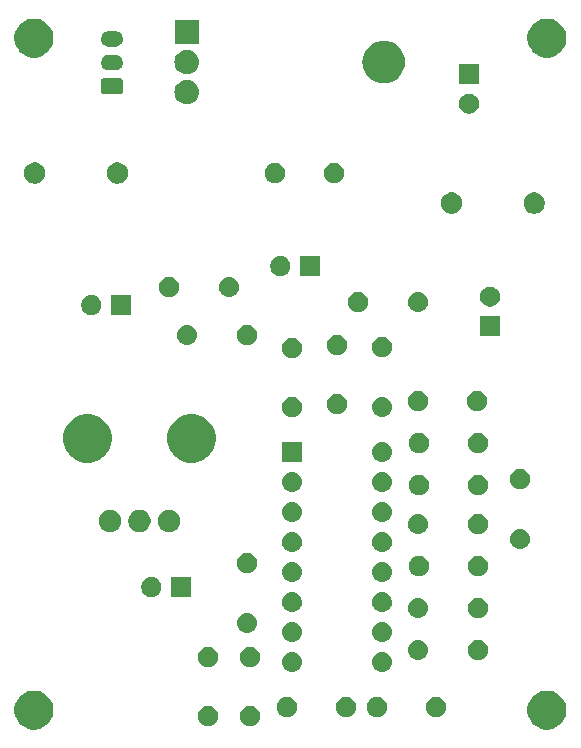
<source format=gbr>
G04 #@! TF.GenerationSoftware,KiCad,Pcbnew,(5.0.1)-rc2*
G04 #@! TF.CreationDate,2019-03-03T17:53:11-05:00*
G04 #@! TF.ProjectId,delay,64656C61792E6B696361645F70636200,rev?*
G04 #@! TF.SameCoordinates,Original*
G04 #@! TF.FileFunction,Soldermask,Bot*
G04 #@! TF.FilePolarity,Negative*
%FSLAX46Y46*%
G04 Gerber Fmt 4.6, Leading zero omitted, Abs format (unit mm)*
G04 Created by KiCad (PCBNEW (5.0.1)-rc2) date 3/3/2019 5:53:11 PM*
%MOMM*%
%LPD*%
G01*
G04 APERTURE LIST*
%ADD10C,0.100000*%
G04 APERTURE END LIST*
D10*
G36*
X174619256Y-89577298D02*
X174725579Y-89598447D01*
X175026042Y-89722903D01*
X175292852Y-89901180D01*
X175296454Y-89903587D01*
X175526413Y-90133546D01*
X175707098Y-90403960D01*
X175831553Y-90704422D01*
X175893494Y-91015816D01*
X175895000Y-91023391D01*
X175895000Y-91348609D01*
X175831553Y-91667579D01*
X175797290Y-91750296D01*
X175707098Y-91968040D01*
X175526413Y-92238454D01*
X175296454Y-92468413D01*
X175296451Y-92468415D01*
X175026042Y-92649097D01*
X174725579Y-92773553D01*
X174619256Y-92794702D01*
X174406611Y-92837000D01*
X174081389Y-92837000D01*
X173868744Y-92794702D01*
X173762421Y-92773553D01*
X173461958Y-92649097D01*
X173191549Y-92468415D01*
X173191546Y-92468413D01*
X172961587Y-92238454D01*
X172780902Y-91968040D01*
X172690710Y-91750296D01*
X172656447Y-91667579D01*
X172593000Y-91348609D01*
X172593000Y-91023391D01*
X172594507Y-91015816D01*
X172656447Y-90704422D01*
X172780902Y-90403960D01*
X172961587Y-90133546D01*
X173191546Y-89903587D01*
X173195148Y-89901180D01*
X173461958Y-89722903D01*
X173762421Y-89598447D01*
X173868744Y-89577298D01*
X174081389Y-89535000D01*
X174406611Y-89535000D01*
X174619256Y-89577298D01*
X174619256Y-89577298D01*
G37*
G36*
X131185256Y-89577298D02*
X131291579Y-89598447D01*
X131592042Y-89722903D01*
X131858852Y-89901180D01*
X131862454Y-89903587D01*
X132092413Y-90133546D01*
X132273098Y-90403960D01*
X132397553Y-90704422D01*
X132459494Y-91015816D01*
X132461000Y-91023391D01*
X132461000Y-91348609D01*
X132397553Y-91667579D01*
X132363290Y-91750296D01*
X132273098Y-91968040D01*
X132092413Y-92238454D01*
X131862454Y-92468413D01*
X131862451Y-92468415D01*
X131592042Y-92649097D01*
X131291579Y-92773553D01*
X131185256Y-92794702D01*
X130972611Y-92837000D01*
X130647389Y-92837000D01*
X130434744Y-92794702D01*
X130328421Y-92773553D01*
X130027958Y-92649097D01*
X129757549Y-92468415D01*
X129757546Y-92468413D01*
X129527587Y-92238454D01*
X129346902Y-91968040D01*
X129256710Y-91750296D01*
X129222447Y-91667579D01*
X129159000Y-91348609D01*
X129159000Y-91023391D01*
X129160507Y-91015816D01*
X129222447Y-90704422D01*
X129346902Y-90403960D01*
X129527587Y-90133546D01*
X129757546Y-89903587D01*
X129761148Y-89901180D01*
X130027958Y-89722903D01*
X130328421Y-89598447D01*
X130434744Y-89577298D01*
X130647389Y-89535000D01*
X130972611Y-89535000D01*
X131185256Y-89577298D01*
X131185256Y-89577298D01*
G37*
G36*
X149346228Y-90875703D02*
X149501100Y-90939853D01*
X149640481Y-91032985D01*
X149759015Y-91151519D01*
X149852147Y-91290900D01*
X149916297Y-91445772D01*
X149949000Y-91610184D01*
X149949000Y-91777816D01*
X149916297Y-91942228D01*
X149852147Y-92097100D01*
X149759015Y-92236481D01*
X149640481Y-92355015D01*
X149501100Y-92448147D01*
X149346228Y-92512297D01*
X149181816Y-92545000D01*
X149014184Y-92545000D01*
X148849772Y-92512297D01*
X148694900Y-92448147D01*
X148555519Y-92355015D01*
X148436985Y-92236481D01*
X148343853Y-92097100D01*
X148279703Y-91942228D01*
X148247000Y-91777816D01*
X148247000Y-91610184D01*
X148279703Y-91445772D01*
X148343853Y-91290900D01*
X148436985Y-91151519D01*
X148555519Y-91032985D01*
X148694900Y-90939853D01*
X148849772Y-90875703D01*
X149014184Y-90843000D01*
X149181816Y-90843000D01*
X149346228Y-90875703D01*
X149346228Y-90875703D01*
G37*
G36*
X145790228Y-90875703D02*
X145945100Y-90939853D01*
X146084481Y-91032985D01*
X146203015Y-91151519D01*
X146296147Y-91290900D01*
X146360297Y-91445772D01*
X146393000Y-91610184D01*
X146393000Y-91777816D01*
X146360297Y-91942228D01*
X146296147Y-92097100D01*
X146203015Y-92236481D01*
X146084481Y-92355015D01*
X145945100Y-92448147D01*
X145790228Y-92512297D01*
X145625816Y-92545000D01*
X145458184Y-92545000D01*
X145293772Y-92512297D01*
X145138900Y-92448147D01*
X144999519Y-92355015D01*
X144880985Y-92236481D01*
X144787853Y-92097100D01*
X144723703Y-91942228D01*
X144691000Y-91777816D01*
X144691000Y-91610184D01*
X144723703Y-91445772D01*
X144787853Y-91290900D01*
X144880985Y-91151519D01*
X144999519Y-91032985D01*
X145138900Y-90939853D01*
X145293772Y-90875703D01*
X145458184Y-90843000D01*
X145625816Y-90843000D01*
X145790228Y-90875703D01*
X145790228Y-90875703D01*
G37*
G36*
X160094228Y-90113703D02*
X160249100Y-90177853D01*
X160388481Y-90270985D01*
X160507015Y-90389519D01*
X160600147Y-90528900D01*
X160664297Y-90683772D01*
X160697000Y-90848184D01*
X160697000Y-91015816D01*
X160664297Y-91180228D01*
X160600147Y-91335100D01*
X160507015Y-91474481D01*
X160388481Y-91593015D01*
X160249100Y-91686147D01*
X160094228Y-91750297D01*
X159929816Y-91783000D01*
X159762184Y-91783000D01*
X159597772Y-91750297D01*
X159442900Y-91686147D01*
X159303519Y-91593015D01*
X159184985Y-91474481D01*
X159091853Y-91335100D01*
X159027703Y-91180228D01*
X158995000Y-91015816D01*
X158995000Y-90848184D01*
X159027703Y-90683772D01*
X159091853Y-90528900D01*
X159184985Y-90389519D01*
X159303519Y-90270985D01*
X159442900Y-90177853D01*
X159597772Y-90113703D01*
X159762184Y-90081000D01*
X159929816Y-90081000D01*
X160094228Y-90113703D01*
X160094228Y-90113703D01*
G37*
G36*
X157474228Y-90113703D02*
X157629100Y-90177853D01*
X157768481Y-90270985D01*
X157887015Y-90389519D01*
X157980147Y-90528900D01*
X158044297Y-90683772D01*
X158077000Y-90848184D01*
X158077000Y-91015816D01*
X158044297Y-91180228D01*
X157980147Y-91335100D01*
X157887015Y-91474481D01*
X157768481Y-91593015D01*
X157629100Y-91686147D01*
X157474228Y-91750297D01*
X157309816Y-91783000D01*
X157142184Y-91783000D01*
X156977772Y-91750297D01*
X156822900Y-91686147D01*
X156683519Y-91593015D01*
X156564985Y-91474481D01*
X156471853Y-91335100D01*
X156407703Y-91180228D01*
X156375000Y-91015816D01*
X156375000Y-90848184D01*
X156407703Y-90683772D01*
X156471853Y-90528900D01*
X156564985Y-90389519D01*
X156683519Y-90270985D01*
X156822900Y-90177853D01*
X156977772Y-90113703D01*
X157142184Y-90081000D01*
X157309816Y-90081000D01*
X157474228Y-90113703D01*
X157474228Y-90113703D01*
G37*
G36*
X152474228Y-90113703D02*
X152629100Y-90177853D01*
X152768481Y-90270985D01*
X152887015Y-90389519D01*
X152980147Y-90528900D01*
X153044297Y-90683772D01*
X153077000Y-90848184D01*
X153077000Y-91015816D01*
X153044297Y-91180228D01*
X152980147Y-91335100D01*
X152887015Y-91474481D01*
X152768481Y-91593015D01*
X152629100Y-91686147D01*
X152474228Y-91750297D01*
X152309816Y-91783000D01*
X152142184Y-91783000D01*
X151977772Y-91750297D01*
X151822900Y-91686147D01*
X151683519Y-91593015D01*
X151564985Y-91474481D01*
X151471853Y-91335100D01*
X151407703Y-91180228D01*
X151375000Y-91015816D01*
X151375000Y-90848184D01*
X151407703Y-90683772D01*
X151471853Y-90528900D01*
X151564985Y-90389519D01*
X151683519Y-90270985D01*
X151822900Y-90177853D01*
X151977772Y-90113703D01*
X152142184Y-90081000D01*
X152309816Y-90081000D01*
X152474228Y-90113703D01*
X152474228Y-90113703D01*
G37*
G36*
X165094228Y-90113703D02*
X165249100Y-90177853D01*
X165388481Y-90270985D01*
X165507015Y-90389519D01*
X165600147Y-90528900D01*
X165664297Y-90683772D01*
X165697000Y-90848184D01*
X165697000Y-91015816D01*
X165664297Y-91180228D01*
X165600147Y-91335100D01*
X165507015Y-91474481D01*
X165388481Y-91593015D01*
X165249100Y-91686147D01*
X165094228Y-91750297D01*
X164929816Y-91783000D01*
X164762184Y-91783000D01*
X164597772Y-91750297D01*
X164442900Y-91686147D01*
X164303519Y-91593015D01*
X164184985Y-91474481D01*
X164091853Y-91335100D01*
X164027703Y-91180228D01*
X163995000Y-91015816D01*
X163995000Y-90848184D01*
X164027703Y-90683772D01*
X164091853Y-90528900D01*
X164184985Y-90389519D01*
X164303519Y-90270985D01*
X164442900Y-90177853D01*
X164597772Y-90113703D01*
X164762184Y-90081000D01*
X164929816Y-90081000D01*
X165094228Y-90113703D01*
X165094228Y-90113703D01*
G37*
G36*
X160440821Y-86283313D02*
X160440824Y-86283314D01*
X160440825Y-86283314D01*
X160601239Y-86331975D01*
X160601241Y-86331976D01*
X160601244Y-86331977D01*
X160749078Y-86410995D01*
X160878659Y-86517341D01*
X160985005Y-86646922D01*
X161064023Y-86794756D01*
X161064024Y-86794759D01*
X161064025Y-86794761D01*
X161112686Y-86955175D01*
X161112687Y-86955179D01*
X161129117Y-87122000D01*
X161112687Y-87288821D01*
X161112686Y-87288824D01*
X161112686Y-87288825D01*
X161064357Y-87448146D01*
X161064023Y-87449244D01*
X160985005Y-87597078D01*
X160878659Y-87726659D01*
X160749078Y-87833005D01*
X160601244Y-87912023D01*
X160601241Y-87912024D01*
X160601239Y-87912025D01*
X160440825Y-87960686D01*
X160440824Y-87960686D01*
X160440821Y-87960687D01*
X160315804Y-87973000D01*
X160232196Y-87973000D01*
X160107179Y-87960687D01*
X160107176Y-87960686D01*
X160107175Y-87960686D01*
X159946761Y-87912025D01*
X159946759Y-87912024D01*
X159946756Y-87912023D01*
X159798922Y-87833005D01*
X159669341Y-87726659D01*
X159562995Y-87597078D01*
X159483977Y-87449244D01*
X159483644Y-87448146D01*
X159435314Y-87288825D01*
X159435314Y-87288824D01*
X159435313Y-87288821D01*
X159418883Y-87122000D01*
X159435313Y-86955179D01*
X159435314Y-86955175D01*
X159483975Y-86794761D01*
X159483976Y-86794759D01*
X159483977Y-86794756D01*
X159562995Y-86646922D01*
X159669341Y-86517341D01*
X159798922Y-86410995D01*
X159946756Y-86331977D01*
X159946759Y-86331976D01*
X159946761Y-86331975D01*
X160107175Y-86283314D01*
X160107176Y-86283314D01*
X160107179Y-86283313D01*
X160232196Y-86271000D01*
X160315804Y-86271000D01*
X160440821Y-86283313D01*
X160440821Y-86283313D01*
G37*
G36*
X152820821Y-86283313D02*
X152820824Y-86283314D01*
X152820825Y-86283314D01*
X152981239Y-86331975D01*
X152981241Y-86331976D01*
X152981244Y-86331977D01*
X153129078Y-86410995D01*
X153258659Y-86517341D01*
X153365005Y-86646922D01*
X153444023Y-86794756D01*
X153444024Y-86794759D01*
X153444025Y-86794761D01*
X153492686Y-86955175D01*
X153492687Y-86955179D01*
X153509117Y-87122000D01*
X153492687Y-87288821D01*
X153492686Y-87288824D01*
X153492686Y-87288825D01*
X153444357Y-87448146D01*
X153444023Y-87449244D01*
X153365005Y-87597078D01*
X153258659Y-87726659D01*
X153129078Y-87833005D01*
X152981244Y-87912023D01*
X152981241Y-87912024D01*
X152981239Y-87912025D01*
X152820825Y-87960686D01*
X152820824Y-87960686D01*
X152820821Y-87960687D01*
X152695804Y-87973000D01*
X152612196Y-87973000D01*
X152487179Y-87960687D01*
X152487176Y-87960686D01*
X152487175Y-87960686D01*
X152326761Y-87912025D01*
X152326759Y-87912024D01*
X152326756Y-87912023D01*
X152178922Y-87833005D01*
X152049341Y-87726659D01*
X151942995Y-87597078D01*
X151863977Y-87449244D01*
X151863644Y-87448146D01*
X151815314Y-87288825D01*
X151815314Y-87288824D01*
X151815313Y-87288821D01*
X151798883Y-87122000D01*
X151815313Y-86955179D01*
X151815314Y-86955175D01*
X151863975Y-86794761D01*
X151863976Y-86794759D01*
X151863977Y-86794756D01*
X151942995Y-86646922D01*
X152049341Y-86517341D01*
X152178922Y-86410995D01*
X152326756Y-86331977D01*
X152326759Y-86331976D01*
X152326761Y-86331975D01*
X152487175Y-86283314D01*
X152487176Y-86283314D01*
X152487179Y-86283313D01*
X152612196Y-86271000D01*
X152695804Y-86271000D01*
X152820821Y-86283313D01*
X152820821Y-86283313D01*
G37*
G36*
X145790228Y-85875703D02*
X145945100Y-85939853D01*
X146084481Y-86032985D01*
X146203015Y-86151519D01*
X146296147Y-86290900D01*
X146360297Y-86445772D01*
X146393000Y-86610184D01*
X146393000Y-86777816D01*
X146360297Y-86942228D01*
X146296147Y-87097100D01*
X146203015Y-87236481D01*
X146084481Y-87355015D01*
X145945100Y-87448147D01*
X145790228Y-87512297D01*
X145625816Y-87545000D01*
X145458184Y-87545000D01*
X145293772Y-87512297D01*
X145138900Y-87448147D01*
X144999519Y-87355015D01*
X144880985Y-87236481D01*
X144787853Y-87097100D01*
X144723703Y-86942228D01*
X144691000Y-86777816D01*
X144691000Y-86610184D01*
X144723703Y-86445772D01*
X144787853Y-86290900D01*
X144880985Y-86151519D01*
X144999519Y-86032985D01*
X145138900Y-85939853D01*
X145293772Y-85875703D01*
X145458184Y-85843000D01*
X145625816Y-85843000D01*
X145790228Y-85875703D01*
X145790228Y-85875703D01*
G37*
G36*
X149346228Y-85875703D02*
X149501100Y-85939853D01*
X149640481Y-86032985D01*
X149759015Y-86151519D01*
X149852147Y-86290900D01*
X149916297Y-86445772D01*
X149949000Y-86610184D01*
X149949000Y-86777816D01*
X149916297Y-86942228D01*
X149852147Y-87097100D01*
X149759015Y-87236481D01*
X149640481Y-87355015D01*
X149501100Y-87448147D01*
X149346228Y-87512297D01*
X149181816Y-87545000D01*
X149014184Y-87545000D01*
X148849772Y-87512297D01*
X148694900Y-87448147D01*
X148555519Y-87355015D01*
X148436985Y-87236481D01*
X148343853Y-87097100D01*
X148279703Y-86942228D01*
X148247000Y-86777816D01*
X148247000Y-86610184D01*
X148279703Y-86445772D01*
X148343853Y-86290900D01*
X148436985Y-86151519D01*
X148555519Y-86032985D01*
X148694900Y-85939853D01*
X148849772Y-85875703D01*
X149014184Y-85843000D01*
X149181816Y-85843000D01*
X149346228Y-85875703D01*
X149346228Y-85875703D01*
G37*
G36*
X168650228Y-85287703D02*
X168805100Y-85351853D01*
X168944481Y-85444985D01*
X169063015Y-85563519D01*
X169156147Y-85702900D01*
X169220297Y-85857772D01*
X169253000Y-86022184D01*
X169253000Y-86189816D01*
X169220297Y-86354228D01*
X169156147Y-86509100D01*
X169063015Y-86648481D01*
X168944481Y-86767015D01*
X168805100Y-86860147D01*
X168650228Y-86924297D01*
X168485816Y-86957000D01*
X168318184Y-86957000D01*
X168153772Y-86924297D01*
X167998900Y-86860147D01*
X167859519Y-86767015D01*
X167740985Y-86648481D01*
X167647853Y-86509100D01*
X167583703Y-86354228D01*
X167551000Y-86189816D01*
X167551000Y-86022184D01*
X167583703Y-85857772D01*
X167647853Y-85702900D01*
X167740985Y-85563519D01*
X167859519Y-85444985D01*
X167998900Y-85351853D01*
X168153772Y-85287703D01*
X168318184Y-85255000D01*
X168485816Y-85255000D01*
X168650228Y-85287703D01*
X168650228Y-85287703D01*
G37*
G36*
X163488821Y-85267313D02*
X163488824Y-85267314D01*
X163488825Y-85267314D01*
X163649239Y-85315975D01*
X163649241Y-85315976D01*
X163649244Y-85315977D01*
X163797078Y-85394995D01*
X163926659Y-85501341D01*
X164033005Y-85630922D01*
X164112023Y-85778756D01*
X164112024Y-85778759D01*
X164112025Y-85778761D01*
X164141432Y-85875703D01*
X164160687Y-85939179D01*
X164177117Y-86106000D01*
X164160687Y-86272821D01*
X164160686Y-86272824D01*
X164160686Y-86272825D01*
X164118773Y-86410995D01*
X164112023Y-86433244D01*
X164033005Y-86581078D01*
X163926659Y-86710659D01*
X163797078Y-86817005D01*
X163649244Y-86896023D01*
X163649241Y-86896024D01*
X163649239Y-86896025D01*
X163488825Y-86944686D01*
X163488824Y-86944686D01*
X163488821Y-86944687D01*
X163363804Y-86957000D01*
X163280196Y-86957000D01*
X163155179Y-86944687D01*
X163155176Y-86944686D01*
X163155175Y-86944686D01*
X162994761Y-86896025D01*
X162994759Y-86896024D01*
X162994756Y-86896023D01*
X162846922Y-86817005D01*
X162717341Y-86710659D01*
X162610995Y-86581078D01*
X162531977Y-86433244D01*
X162525228Y-86410995D01*
X162483314Y-86272825D01*
X162483314Y-86272824D01*
X162483313Y-86272821D01*
X162466883Y-86106000D01*
X162483313Y-85939179D01*
X162502568Y-85875703D01*
X162531975Y-85778761D01*
X162531976Y-85778759D01*
X162531977Y-85778756D01*
X162610995Y-85630922D01*
X162717341Y-85501341D01*
X162846922Y-85394995D01*
X162994756Y-85315977D01*
X162994759Y-85315976D01*
X162994761Y-85315975D01*
X163155175Y-85267314D01*
X163155176Y-85267314D01*
X163155179Y-85267313D01*
X163280196Y-85255000D01*
X163363804Y-85255000D01*
X163488821Y-85267313D01*
X163488821Y-85267313D01*
G37*
G36*
X160440821Y-83743313D02*
X160440824Y-83743314D01*
X160440825Y-83743314D01*
X160601239Y-83791975D01*
X160601241Y-83791976D01*
X160601244Y-83791977D01*
X160749078Y-83870995D01*
X160878659Y-83977341D01*
X160985005Y-84106922D01*
X161064023Y-84254756D01*
X161112687Y-84415179D01*
X161129117Y-84582000D01*
X161112687Y-84748821D01*
X161064023Y-84909244D01*
X160985005Y-85057078D01*
X160878659Y-85186659D01*
X160749078Y-85293005D01*
X160601244Y-85372023D01*
X160601241Y-85372024D01*
X160601239Y-85372025D01*
X160440825Y-85420686D01*
X160440824Y-85420686D01*
X160440821Y-85420687D01*
X160315804Y-85433000D01*
X160232196Y-85433000D01*
X160107179Y-85420687D01*
X160107176Y-85420686D01*
X160107175Y-85420686D01*
X159946761Y-85372025D01*
X159946759Y-85372024D01*
X159946756Y-85372023D01*
X159798922Y-85293005D01*
X159669341Y-85186659D01*
X159562995Y-85057078D01*
X159483977Y-84909244D01*
X159435313Y-84748821D01*
X159418883Y-84582000D01*
X159435313Y-84415179D01*
X159483977Y-84254756D01*
X159562995Y-84106922D01*
X159669341Y-83977341D01*
X159798922Y-83870995D01*
X159946756Y-83791977D01*
X159946759Y-83791976D01*
X159946761Y-83791975D01*
X160107175Y-83743314D01*
X160107176Y-83743314D01*
X160107179Y-83743313D01*
X160232196Y-83731000D01*
X160315804Y-83731000D01*
X160440821Y-83743313D01*
X160440821Y-83743313D01*
G37*
G36*
X152820821Y-83743313D02*
X152820824Y-83743314D01*
X152820825Y-83743314D01*
X152981239Y-83791975D01*
X152981241Y-83791976D01*
X152981244Y-83791977D01*
X153129078Y-83870995D01*
X153258659Y-83977341D01*
X153365005Y-84106922D01*
X153444023Y-84254756D01*
X153492687Y-84415179D01*
X153509117Y-84582000D01*
X153492687Y-84748821D01*
X153444023Y-84909244D01*
X153365005Y-85057078D01*
X153258659Y-85186659D01*
X153129078Y-85293005D01*
X152981244Y-85372023D01*
X152981241Y-85372024D01*
X152981239Y-85372025D01*
X152820825Y-85420686D01*
X152820824Y-85420686D01*
X152820821Y-85420687D01*
X152695804Y-85433000D01*
X152612196Y-85433000D01*
X152487179Y-85420687D01*
X152487176Y-85420686D01*
X152487175Y-85420686D01*
X152326761Y-85372025D01*
X152326759Y-85372024D01*
X152326756Y-85372023D01*
X152178922Y-85293005D01*
X152049341Y-85186659D01*
X151942995Y-85057078D01*
X151863977Y-84909244D01*
X151815313Y-84748821D01*
X151798883Y-84582000D01*
X151815313Y-84415179D01*
X151863977Y-84254756D01*
X151942995Y-84106922D01*
X152049341Y-83977341D01*
X152178922Y-83870995D01*
X152326756Y-83791977D01*
X152326759Y-83791976D01*
X152326761Y-83791975D01*
X152487175Y-83743314D01*
X152487176Y-83743314D01*
X152487179Y-83743313D01*
X152612196Y-83731000D01*
X152695804Y-83731000D01*
X152820821Y-83743313D01*
X152820821Y-83743313D01*
G37*
G36*
X149010821Y-82981313D02*
X149010824Y-82981314D01*
X149010825Y-82981314D01*
X149171239Y-83029975D01*
X149171241Y-83029976D01*
X149171244Y-83029977D01*
X149319078Y-83108995D01*
X149448659Y-83215341D01*
X149555005Y-83344922D01*
X149634023Y-83492756D01*
X149682687Y-83653179D01*
X149699117Y-83820000D01*
X149682687Y-83986821D01*
X149634023Y-84147244D01*
X149555005Y-84295078D01*
X149448659Y-84424659D01*
X149319078Y-84531005D01*
X149171244Y-84610023D01*
X149171241Y-84610024D01*
X149171239Y-84610025D01*
X149010825Y-84658686D01*
X149010824Y-84658686D01*
X149010821Y-84658687D01*
X148885804Y-84671000D01*
X148802196Y-84671000D01*
X148677179Y-84658687D01*
X148677176Y-84658686D01*
X148677175Y-84658686D01*
X148516761Y-84610025D01*
X148516759Y-84610024D01*
X148516756Y-84610023D01*
X148368922Y-84531005D01*
X148239341Y-84424659D01*
X148132995Y-84295078D01*
X148053977Y-84147244D01*
X148005313Y-83986821D01*
X147988883Y-83820000D01*
X148005313Y-83653179D01*
X148053977Y-83492756D01*
X148132995Y-83344922D01*
X148239341Y-83215341D01*
X148368922Y-83108995D01*
X148516756Y-83029977D01*
X148516759Y-83029976D01*
X148516761Y-83029975D01*
X148677175Y-82981314D01*
X148677176Y-82981314D01*
X148677179Y-82981313D01*
X148802196Y-82969000D01*
X148885804Y-82969000D01*
X149010821Y-82981313D01*
X149010821Y-82981313D01*
G37*
G36*
X168650228Y-81731703D02*
X168805100Y-81795853D01*
X168944481Y-81888985D01*
X169063015Y-82007519D01*
X169156147Y-82146900D01*
X169220297Y-82301772D01*
X169253000Y-82466184D01*
X169253000Y-82633816D01*
X169220297Y-82798228D01*
X169156147Y-82953100D01*
X169063015Y-83092481D01*
X168944481Y-83211015D01*
X168805100Y-83304147D01*
X168650228Y-83368297D01*
X168485816Y-83401000D01*
X168318184Y-83401000D01*
X168153772Y-83368297D01*
X167998900Y-83304147D01*
X167859519Y-83211015D01*
X167740985Y-83092481D01*
X167647853Y-82953100D01*
X167583703Y-82798228D01*
X167551000Y-82633816D01*
X167551000Y-82466184D01*
X167583703Y-82301772D01*
X167647853Y-82146900D01*
X167740985Y-82007519D01*
X167859519Y-81888985D01*
X167998900Y-81795853D01*
X168153772Y-81731703D01*
X168318184Y-81699000D01*
X168485816Y-81699000D01*
X168650228Y-81731703D01*
X168650228Y-81731703D01*
G37*
G36*
X163488821Y-81711313D02*
X163488824Y-81711314D01*
X163488825Y-81711314D01*
X163649239Y-81759975D01*
X163649241Y-81759976D01*
X163649244Y-81759977D01*
X163797078Y-81838995D01*
X163926659Y-81945341D01*
X164033005Y-82074922D01*
X164112023Y-82222756D01*
X164112024Y-82222759D01*
X164112025Y-82222761D01*
X164156460Y-82369244D01*
X164160687Y-82383179D01*
X164177117Y-82550000D01*
X164160687Y-82716821D01*
X164160686Y-82716824D01*
X164160686Y-82716825D01*
X164125741Y-82832025D01*
X164112023Y-82877244D01*
X164033005Y-83025078D01*
X163926659Y-83154659D01*
X163797078Y-83261005D01*
X163649244Y-83340023D01*
X163649241Y-83340024D01*
X163649239Y-83340025D01*
X163488825Y-83388686D01*
X163488824Y-83388686D01*
X163488821Y-83388687D01*
X163363804Y-83401000D01*
X163280196Y-83401000D01*
X163155179Y-83388687D01*
X163155176Y-83388686D01*
X163155175Y-83388686D01*
X162994761Y-83340025D01*
X162994759Y-83340024D01*
X162994756Y-83340023D01*
X162846922Y-83261005D01*
X162717341Y-83154659D01*
X162610995Y-83025078D01*
X162531977Y-82877244D01*
X162518260Y-82832025D01*
X162483314Y-82716825D01*
X162483314Y-82716824D01*
X162483313Y-82716821D01*
X162466883Y-82550000D01*
X162483313Y-82383179D01*
X162487540Y-82369244D01*
X162531975Y-82222761D01*
X162531976Y-82222759D01*
X162531977Y-82222756D01*
X162610995Y-82074922D01*
X162717341Y-81945341D01*
X162846922Y-81838995D01*
X162994756Y-81759977D01*
X162994759Y-81759976D01*
X162994761Y-81759975D01*
X163155175Y-81711314D01*
X163155176Y-81711314D01*
X163155179Y-81711313D01*
X163280196Y-81699000D01*
X163363804Y-81699000D01*
X163488821Y-81711313D01*
X163488821Y-81711313D01*
G37*
G36*
X160440821Y-81203313D02*
X160440824Y-81203314D01*
X160440825Y-81203314D01*
X160601239Y-81251975D01*
X160601241Y-81251976D01*
X160601244Y-81251977D01*
X160749078Y-81330995D01*
X160878659Y-81437341D01*
X160985005Y-81566922D01*
X161064023Y-81714756D01*
X161064024Y-81714759D01*
X161064025Y-81714761D01*
X161077741Y-81759977D01*
X161112687Y-81875179D01*
X161129117Y-82042000D01*
X161112687Y-82208821D01*
X161112686Y-82208824D01*
X161112686Y-82208825D01*
X161084491Y-82301772D01*
X161064023Y-82369244D01*
X160985005Y-82517078D01*
X160878659Y-82646659D01*
X160749078Y-82753005D01*
X160601244Y-82832023D01*
X160601241Y-82832024D01*
X160601239Y-82832025D01*
X160440825Y-82880686D01*
X160440824Y-82880686D01*
X160440821Y-82880687D01*
X160315804Y-82893000D01*
X160232196Y-82893000D01*
X160107179Y-82880687D01*
X160107176Y-82880686D01*
X160107175Y-82880686D01*
X159946761Y-82832025D01*
X159946759Y-82832024D01*
X159946756Y-82832023D01*
X159798922Y-82753005D01*
X159669341Y-82646659D01*
X159562995Y-82517078D01*
X159483977Y-82369244D01*
X159463510Y-82301772D01*
X159435314Y-82208825D01*
X159435314Y-82208824D01*
X159435313Y-82208821D01*
X159418883Y-82042000D01*
X159435313Y-81875179D01*
X159470259Y-81759977D01*
X159483975Y-81714761D01*
X159483976Y-81714759D01*
X159483977Y-81714756D01*
X159562995Y-81566922D01*
X159669341Y-81437341D01*
X159798922Y-81330995D01*
X159946756Y-81251977D01*
X159946759Y-81251976D01*
X159946761Y-81251975D01*
X160107175Y-81203314D01*
X160107176Y-81203314D01*
X160107179Y-81203313D01*
X160232196Y-81191000D01*
X160315804Y-81191000D01*
X160440821Y-81203313D01*
X160440821Y-81203313D01*
G37*
G36*
X152820821Y-81203313D02*
X152820824Y-81203314D01*
X152820825Y-81203314D01*
X152981239Y-81251975D01*
X152981241Y-81251976D01*
X152981244Y-81251977D01*
X153129078Y-81330995D01*
X153258659Y-81437341D01*
X153365005Y-81566922D01*
X153444023Y-81714756D01*
X153444024Y-81714759D01*
X153444025Y-81714761D01*
X153457741Y-81759977D01*
X153492687Y-81875179D01*
X153509117Y-82042000D01*
X153492687Y-82208821D01*
X153492686Y-82208824D01*
X153492686Y-82208825D01*
X153464491Y-82301772D01*
X153444023Y-82369244D01*
X153365005Y-82517078D01*
X153258659Y-82646659D01*
X153129078Y-82753005D01*
X152981244Y-82832023D01*
X152981241Y-82832024D01*
X152981239Y-82832025D01*
X152820825Y-82880686D01*
X152820824Y-82880686D01*
X152820821Y-82880687D01*
X152695804Y-82893000D01*
X152612196Y-82893000D01*
X152487179Y-82880687D01*
X152487176Y-82880686D01*
X152487175Y-82880686D01*
X152326761Y-82832025D01*
X152326759Y-82832024D01*
X152326756Y-82832023D01*
X152178922Y-82753005D01*
X152049341Y-82646659D01*
X151942995Y-82517078D01*
X151863977Y-82369244D01*
X151843510Y-82301772D01*
X151815314Y-82208825D01*
X151815314Y-82208824D01*
X151815313Y-82208821D01*
X151798883Y-82042000D01*
X151815313Y-81875179D01*
X151850259Y-81759977D01*
X151863975Y-81714761D01*
X151863976Y-81714759D01*
X151863977Y-81714756D01*
X151942995Y-81566922D01*
X152049341Y-81437341D01*
X152178922Y-81330995D01*
X152326756Y-81251977D01*
X152326759Y-81251976D01*
X152326761Y-81251975D01*
X152487175Y-81203314D01*
X152487176Y-81203314D01*
X152487179Y-81203313D01*
X152612196Y-81191000D01*
X152695804Y-81191000D01*
X152820821Y-81203313D01*
X152820821Y-81203313D01*
G37*
G36*
X144107000Y-81623000D02*
X142405000Y-81623000D01*
X142405000Y-79921000D01*
X144107000Y-79921000D01*
X144107000Y-81623000D01*
X144107000Y-81623000D01*
G37*
G36*
X141004228Y-79953703D02*
X141159100Y-80017853D01*
X141298481Y-80110985D01*
X141417015Y-80229519D01*
X141510147Y-80368900D01*
X141574297Y-80523772D01*
X141607000Y-80688184D01*
X141607000Y-80855816D01*
X141574297Y-81020228D01*
X141510147Y-81175100D01*
X141417015Y-81314481D01*
X141298481Y-81433015D01*
X141159100Y-81526147D01*
X141004228Y-81590297D01*
X140839816Y-81623000D01*
X140672184Y-81623000D01*
X140507772Y-81590297D01*
X140352900Y-81526147D01*
X140213519Y-81433015D01*
X140094985Y-81314481D01*
X140001853Y-81175100D01*
X139937703Y-81020228D01*
X139905000Y-80855816D01*
X139905000Y-80688184D01*
X139937703Y-80523772D01*
X140001853Y-80368900D01*
X140094985Y-80229519D01*
X140213519Y-80110985D01*
X140352900Y-80017853D01*
X140507772Y-79953703D01*
X140672184Y-79921000D01*
X140839816Y-79921000D01*
X141004228Y-79953703D01*
X141004228Y-79953703D01*
G37*
G36*
X160440821Y-78663313D02*
X160440824Y-78663314D01*
X160440825Y-78663314D01*
X160601239Y-78711975D01*
X160601241Y-78711976D01*
X160601244Y-78711977D01*
X160749078Y-78790995D01*
X160878659Y-78897341D01*
X160985005Y-79026922D01*
X161064023Y-79174756D01*
X161064024Y-79174759D01*
X161064025Y-79174761D01*
X161096701Y-79282481D01*
X161112687Y-79335179D01*
X161129117Y-79502000D01*
X161112687Y-79668821D01*
X161112686Y-79668824D01*
X161112686Y-79668825D01*
X161069165Y-79812296D01*
X161064023Y-79829244D01*
X160985005Y-79977078D01*
X160878659Y-80106659D01*
X160749078Y-80213005D01*
X160601244Y-80292023D01*
X160601241Y-80292024D01*
X160601239Y-80292025D01*
X160440825Y-80340686D01*
X160440824Y-80340686D01*
X160440821Y-80340687D01*
X160315804Y-80353000D01*
X160232196Y-80353000D01*
X160107179Y-80340687D01*
X160107176Y-80340686D01*
X160107175Y-80340686D01*
X159946761Y-80292025D01*
X159946759Y-80292024D01*
X159946756Y-80292023D01*
X159798922Y-80213005D01*
X159669341Y-80106659D01*
X159562995Y-79977078D01*
X159483977Y-79829244D01*
X159478836Y-79812296D01*
X159435314Y-79668825D01*
X159435314Y-79668824D01*
X159435313Y-79668821D01*
X159418883Y-79502000D01*
X159435313Y-79335179D01*
X159451299Y-79282481D01*
X159483975Y-79174761D01*
X159483976Y-79174759D01*
X159483977Y-79174756D01*
X159562995Y-79026922D01*
X159669341Y-78897341D01*
X159798922Y-78790995D01*
X159946756Y-78711977D01*
X159946759Y-78711976D01*
X159946761Y-78711975D01*
X160107175Y-78663314D01*
X160107176Y-78663314D01*
X160107179Y-78663313D01*
X160232196Y-78651000D01*
X160315804Y-78651000D01*
X160440821Y-78663313D01*
X160440821Y-78663313D01*
G37*
G36*
X152820821Y-78663313D02*
X152820824Y-78663314D01*
X152820825Y-78663314D01*
X152981239Y-78711975D01*
X152981241Y-78711976D01*
X152981244Y-78711977D01*
X153129078Y-78790995D01*
X153258659Y-78897341D01*
X153365005Y-79026922D01*
X153444023Y-79174756D01*
X153444024Y-79174759D01*
X153444025Y-79174761D01*
X153476701Y-79282481D01*
X153492687Y-79335179D01*
X153509117Y-79502000D01*
X153492687Y-79668821D01*
X153492686Y-79668824D01*
X153492686Y-79668825D01*
X153449165Y-79812296D01*
X153444023Y-79829244D01*
X153365005Y-79977078D01*
X153258659Y-80106659D01*
X153129078Y-80213005D01*
X152981244Y-80292023D01*
X152981241Y-80292024D01*
X152981239Y-80292025D01*
X152820825Y-80340686D01*
X152820824Y-80340686D01*
X152820821Y-80340687D01*
X152695804Y-80353000D01*
X152612196Y-80353000D01*
X152487179Y-80340687D01*
X152487176Y-80340686D01*
X152487175Y-80340686D01*
X152326761Y-80292025D01*
X152326759Y-80292024D01*
X152326756Y-80292023D01*
X152178922Y-80213005D01*
X152049341Y-80106659D01*
X151942995Y-79977078D01*
X151863977Y-79829244D01*
X151858836Y-79812296D01*
X151815314Y-79668825D01*
X151815314Y-79668824D01*
X151815313Y-79668821D01*
X151798883Y-79502000D01*
X151815313Y-79335179D01*
X151831299Y-79282481D01*
X151863975Y-79174761D01*
X151863976Y-79174759D01*
X151863977Y-79174756D01*
X151942995Y-79026922D01*
X152049341Y-78897341D01*
X152178922Y-78790995D01*
X152326756Y-78711977D01*
X152326759Y-78711976D01*
X152326761Y-78711975D01*
X152487175Y-78663314D01*
X152487176Y-78663314D01*
X152487179Y-78663313D01*
X152612196Y-78651000D01*
X152695804Y-78651000D01*
X152820821Y-78663313D01*
X152820821Y-78663313D01*
G37*
G36*
X163650228Y-78175703D02*
X163805100Y-78239853D01*
X163944481Y-78332985D01*
X164063015Y-78451519D01*
X164156147Y-78590900D01*
X164220297Y-78745772D01*
X164253000Y-78910184D01*
X164253000Y-79077816D01*
X164220297Y-79242228D01*
X164156147Y-79397100D01*
X164063015Y-79536481D01*
X163944481Y-79655015D01*
X163805100Y-79748147D01*
X163650228Y-79812297D01*
X163485816Y-79845000D01*
X163318184Y-79845000D01*
X163153772Y-79812297D01*
X162998900Y-79748147D01*
X162859519Y-79655015D01*
X162740985Y-79536481D01*
X162647853Y-79397100D01*
X162583703Y-79242228D01*
X162551000Y-79077816D01*
X162551000Y-78910184D01*
X162583703Y-78745772D01*
X162647853Y-78590900D01*
X162740985Y-78451519D01*
X162859519Y-78332985D01*
X162998900Y-78239853D01*
X163153772Y-78175703D01*
X163318184Y-78143000D01*
X163485816Y-78143000D01*
X163650228Y-78175703D01*
X163650228Y-78175703D01*
G37*
G36*
X168650228Y-78175703D02*
X168805100Y-78239853D01*
X168944481Y-78332985D01*
X169063015Y-78451519D01*
X169156147Y-78590900D01*
X169220297Y-78745772D01*
X169253000Y-78910184D01*
X169253000Y-79077816D01*
X169220297Y-79242228D01*
X169156147Y-79397100D01*
X169063015Y-79536481D01*
X168944481Y-79655015D01*
X168805100Y-79748147D01*
X168650228Y-79812297D01*
X168485816Y-79845000D01*
X168318184Y-79845000D01*
X168153772Y-79812297D01*
X167998900Y-79748147D01*
X167859519Y-79655015D01*
X167740985Y-79536481D01*
X167647853Y-79397100D01*
X167583703Y-79242228D01*
X167551000Y-79077816D01*
X167551000Y-78910184D01*
X167583703Y-78745772D01*
X167647853Y-78590900D01*
X167740985Y-78451519D01*
X167859519Y-78332985D01*
X167998900Y-78239853D01*
X168153772Y-78175703D01*
X168318184Y-78143000D01*
X168485816Y-78143000D01*
X168650228Y-78175703D01*
X168650228Y-78175703D01*
G37*
G36*
X149092228Y-77921703D02*
X149247100Y-77985853D01*
X149386481Y-78078985D01*
X149505015Y-78197519D01*
X149598147Y-78336900D01*
X149662297Y-78491772D01*
X149695000Y-78656184D01*
X149695000Y-78823816D01*
X149662297Y-78988228D01*
X149598147Y-79143100D01*
X149505015Y-79282481D01*
X149386481Y-79401015D01*
X149247100Y-79494147D01*
X149092228Y-79558297D01*
X148927816Y-79591000D01*
X148760184Y-79591000D01*
X148595772Y-79558297D01*
X148440900Y-79494147D01*
X148301519Y-79401015D01*
X148182985Y-79282481D01*
X148089853Y-79143100D01*
X148025703Y-78988228D01*
X147993000Y-78823816D01*
X147993000Y-78656184D01*
X148025703Y-78491772D01*
X148089853Y-78336900D01*
X148182985Y-78197519D01*
X148301519Y-78078985D01*
X148440900Y-77985853D01*
X148595772Y-77921703D01*
X148760184Y-77889000D01*
X148927816Y-77889000D01*
X149092228Y-77921703D01*
X149092228Y-77921703D01*
G37*
G36*
X152820821Y-76123313D02*
X152820824Y-76123314D01*
X152820825Y-76123314D01*
X152981239Y-76171975D01*
X152981241Y-76171976D01*
X152981244Y-76171977D01*
X153129078Y-76250995D01*
X153258659Y-76357341D01*
X153365005Y-76486922D01*
X153444023Y-76634756D01*
X153444024Y-76634759D01*
X153444025Y-76634761D01*
X153492686Y-76795175D01*
X153492687Y-76795179D01*
X153509117Y-76962000D01*
X153492687Y-77128821D01*
X153492686Y-77128824D01*
X153492686Y-77128825D01*
X153476229Y-77183078D01*
X153444023Y-77289244D01*
X153365005Y-77437078D01*
X153258659Y-77566659D01*
X153129078Y-77673005D01*
X152981244Y-77752023D01*
X152981241Y-77752024D01*
X152981239Y-77752025D01*
X152820825Y-77800686D01*
X152820824Y-77800686D01*
X152820821Y-77800687D01*
X152695804Y-77813000D01*
X152612196Y-77813000D01*
X152487179Y-77800687D01*
X152487176Y-77800686D01*
X152487175Y-77800686D01*
X152326761Y-77752025D01*
X152326759Y-77752024D01*
X152326756Y-77752023D01*
X152178922Y-77673005D01*
X152049341Y-77566659D01*
X151942995Y-77437078D01*
X151863977Y-77289244D01*
X151831772Y-77183078D01*
X151815314Y-77128825D01*
X151815314Y-77128824D01*
X151815313Y-77128821D01*
X151798883Y-76962000D01*
X151815313Y-76795179D01*
X151815314Y-76795175D01*
X151863975Y-76634761D01*
X151863976Y-76634759D01*
X151863977Y-76634756D01*
X151942995Y-76486922D01*
X152049341Y-76357341D01*
X152178922Y-76250995D01*
X152326756Y-76171977D01*
X152326759Y-76171976D01*
X152326761Y-76171975D01*
X152487175Y-76123314D01*
X152487176Y-76123314D01*
X152487179Y-76123313D01*
X152612196Y-76111000D01*
X152695804Y-76111000D01*
X152820821Y-76123313D01*
X152820821Y-76123313D01*
G37*
G36*
X160440821Y-76123313D02*
X160440824Y-76123314D01*
X160440825Y-76123314D01*
X160601239Y-76171975D01*
X160601241Y-76171976D01*
X160601244Y-76171977D01*
X160749078Y-76250995D01*
X160878659Y-76357341D01*
X160985005Y-76486922D01*
X161064023Y-76634756D01*
X161064024Y-76634759D01*
X161064025Y-76634761D01*
X161112686Y-76795175D01*
X161112687Y-76795179D01*
X161129117Y-76962000D01*
X161112687Y-77128821D01*
X161112686Y-77128824D01*
X161112686Y-77128825D01*
X161096229Y-77183078D01*
X161064023Y-77289244D01*
X160985005Y-77437078D01*
X160878659Y-77566659D01*
X160749078Y-77673005D01*
X160601244Y-77752023D01*
X160601241Y-77752024D01*
X160601239Y-77752025D01*
X160440825Y-77800686D01*
X160440824Y-77800686D01*
X160440821Y-77800687D01*
X160315804Y-77813000D01*
X160232196Y-77813000D01*
X160107179Y-77800687D01*
X160107176Y-77800686D01*
X160107175Y-77800686D01*
X159946761Y-77752025D01*
X159946759Y-77752024D01*
X159946756Y-77752023D01*
X159798922Y-77673005D01*
X159669341Y-77566659D01*
X159562995Y-77437078D01*
X159483977Y-77289244D01*
X159451772Y-77183078D01*
X159435314Y-77128825D01*
X159435314Y-77128824D01*
X159435313Y-77128821D01*
X159418883Y-76962000D01*
X159435313Y-76795179D01*
X159435314Y-76795175D01*
X159483975Y-76634761D01*
X159483976Y-76634759D01*
X159483977Y-76634756D01*
X159562995Y-76486922D01*
X159669341Y-76357341D01*
X159798922Y-76250995D01*
X159946756Y-76171977D01*
X159946759Y-76171976D01*
X159946761Y-76171975D01*
X160107175Y-76123314D01*
X160107176Y-76123314D01*
X160107179Y-76123313D01*
X160232196Y-76111000D01*
X160315804Y-76111000D01*
X160440821Y-76123313D01*
X160440821Y-76123313D01*
G37*
G36*
X172124821Y-75869313D02*
X172124824Y-75869314D01*
X172124825Y-75869314D01*
X172285239Y-75917975D01*
X172285241Y-75917976D01*
X172285244Y-75917977D01*
X172433078Y-75996995D01*
X172562659Y-76103341D01*
X172669005Y-76232922D01*
X172748023Y-76380756D01*
X172748024Y-76380759D01*
X172748025Y-76380761D01*
X172796686Y-76541175D01*
X172796687Y-76541179D01*
X172813117Y-76708000D01*
X172796687Y-76874821D01*
X172796686Y-76874824D01*
X172796686Y-76874825D01*
X172770242Y-76962000D01*
X172748023Y-77035244D01*
X172669005Y-77183078D01*
X172562659Y-77312659D01*
X172433078Y-77419005D01*
X172285244Y-77498023D01*
X172285241Y-77498024D01*
X172285239Y-77498025D01*
X172124825Y-77546686D01*
X172124824Y-77546686D01*
X172124821Y-77546687D01*
X171999804Y-77559000D01*
X171916196Y-77559000D01*
X171791179Y-77546687D01*
X171791176Y-77546686D01*
X171791175Y-77546686D01*
X171630761Y-77498025D01*
X171630759Y-77498024D01*
X171630756Y-77498023D01*
X171482922Y-77419005D01*
X171353341Y-77312659D01*
X171246995Y-77183078D01*
X171167977Y-77035244D01*
X171145759Y-76962000D01*
X171119314Y-76874825D01*
X171119314Y-76874824D01*
X171119313Y-76874821D01*
X171102883Y-76708000D01*
X171119313Y-76541179D01*
X171119314Y-76541175D01*
X171167975Y-76380761D01*
X171167976Y-76380759D01*
X171167977Y-76380756D01*
X171246995Y-76232922D01*
X171353341Y-76103341D01*
X171482922Y-75996995D01*
X171630756Y-75917977D01*
X171630759Y-75917976D01*
X171630761Y-75917975D01*
X171791175Y-75869314D01*
X171791176Y-75869314D01*
X171791179Y-75869313D01*
X171916196Y-75857000D01*
X171999804Y-75857000D01*
X172124821Y-75869313D01*
X172124821Y-75869313D01*
G37*
G36*
X168650228Y-74619703D02*
X168805100Y-74683853D01*
X168944481Y-74776985D01*
X169063015Y-74895519D01*
X169156147Y-75034900D01*
X169220297Y-75189772D01*
X169253000Y-75354184D01*
X169253000Y-75521816D01*
X169220297Y-75686228D01*
X169156147Y-75841100D01*
X169063015Y-75980481D01*
X168944481Y-76099015D01*
X168805100Y-76192147D01*
X168650228Y-76256297D01*
X168485816Y-76289000D01*
X168318184Y-76289000D01*
X168153772Y-76256297D01*
X167998900Y-76192147D01*
X167859519Y-76099015D01*
X167740985Y-75980481D01*
X167647853Y-75841100D01*
X167583703Y-75686228D01*
X167551000Y-75521816D01*
X167551000Y-75354184D01*
X167583703Y-75189772D01*
X167647853Y-75034900D01*
X167740985Y-74895519D01*
X167859519Y-74776985D01*
X167998900Y-74683853D01*
X168153772Y-74619703D01*
X168318184Y-74587000D01*
X168485816Y-74587000D01*
X168650228Y-74619703D01*
X168650228Y-74619703D01*
G37*
G36*
X163488821Y-74599313D02*
X163488824Y-74599314D01*
X163488825Y-74599314D01*
X163649239Y-74647975D01*
X163649241Y-74647976D01*
X163649244Y-74647977D01*
X163797078Y-74726995D01*
X163926659Y-74833341D01*
X164033005Y-74962922D01*
X164112023Y-75110756D01*
X164112024Y-75110759D01*
X164112025Y-75110761D01*
X164160686Y-75271175D01*
X164160687Y-75271179D01*
X164177117Y-75438000D01*
X164160687Y-75604821D01*
X164160686Y-75604824D01*
X164160686Y-75604825D01*
X164135993Y-75686228D01*
X164112023Y-75765244D01*
X164033005Y-75913078D01*
X163926659Y-76042659D01*
X163797078Y-76149005D01*
X163649244Y-76228023D01*
X163649241Y-76228024D01*
X163649239Y-76228025D01*
X163488825Y-76276686D01*
X163488824Y-76276686D01*
X163488821Y-76276687D01*
X163363804Y-76289000D01*
X163280196Y-76289000D01*
X163155179Y-76276687D01*
X163155176Y-76276686D01*
X163155175Y-76276686D01*
X162994761Y-76228025D01*
X162994759Y-76228024D01*
X162994756Y-76228023D01*
X162846922Y-76149005D01*
X162717341Y-76042659D01*
X162610995Y-75913078D01*
X162531977Y-75765244D01*
X162508008Y-75686228D01*
X162483314Y-75604825D01*
X162483314Y-75604824D01*
X162483313Y-75604821D01*
X162466883Y-75438000D01*
X162483313Y-75271179D01*
X162483314Y-75271175D01*
X162531975Y-75110761D01*
X162531976Y-75110759D01*
X162531977Y-75110756D01*
X162610995Y-74962922D01*
X162717341Y-74833341D01*
X162846922Y-74726995D01*
X162994756Y-74647977D01*
X162994759Y-74647976D01*
X162994761Y-74647975D01*
X163155175Y-74599314D01*
X163155176Y-74599314D01*
X163155179Y-74599313D01*
X163280196Y-74587000D01*
X163363804Y-74587000D01*
X163488821Y-74599313D01*
X163488821Y-74599313D01*
G37*
G36*
X142517396Y-74269546D02*
X142690466Y-74341234D01*
X142846230Y-74445312D01*
X142978688Y-74577770D01*
X143082766Y-74733534D01*
X143154454Y-74906604D01*
X143191000Y-75090333D01*
X143191000Y-75277667D01*
X143154454Y-75461396D01*
X143082766Y-75634466D01*
X142978688Y-75790230D01*
X142846230Y-75922688D01*
X142690466Y-76026766D01*
X142517396Y-76098454D01*
X142333667Y-76135000D01*
X142146333Y-76135000D01*
X141962604Y-76098454D01*
X141789534Y-76026766D01*
X141633770Y-75922688D01*
X141501312Y-75790230D01*
X141397234Y-75634466D01*
X141325546Y-75461396D01*
X141289000Y-75277667D01*
X141289000Y-75090333D01*
X141325546Y-74906604D01*
X141397234Y-74733534D01*
X141501312Y-74577770D01*
X141633770Y-74445312D01*
X141789534Y-74341234D01*
X141962604Y-74269546D01*
X142146333Y-74233000D01*
X142333667Y-74233000D01*
X142517396Y-74269546D01*
X142517396Y-74269546D01*
G37*
G36*
X137517396Y-74269546D02*
X137690466Y-74341234D01*
X137846230Y-74445312D01*
X137978688Y-74577770D01*
X138082766Y-74733534D01*
X138154454Y-74906604D01*
X138191000Y-75090333D01*
X138191000Y-75277667D01*
X138154454Y-75461396D01*
X138082766Y-75634466D01*
X137978688Y-75790230D01*
X137846230Y-75922688D01*
X137690466Y-76026766D01*
X137517396Y-76098454D01*
X137333667Y-76135000D01*
X137146333Y-76135000D01*
X136962604Y-76098454D01*
X136789534Y-76026766D01*
X136633770Y-75922688D01*
X136501312Y-75790230D01*
X136397234Y-75634466D01*
X136325546Y-75461396D01*
X136289000Y-75277667D01*
X136289000Y-75090333D01*
X136325546Y-74906604D01*
X136397234Y-74733534D01*
X136501312Y-74577770D01*
X136633770Y-74445312D01*
X136789534Y-74341234D01*
X136962604Y-74269546D01*
X137146333Y-74233000D01*
X137333667Y-74233000D01*
X137517396Y-74269546D01*
X137517396Y-74269546D01*
G37*
G36*
X140017396Y-74269546D02*
X140190466Y-74341234D01*
X140346230Y-74445312D01*
X140478688Y-74577770D01*
X140582766Y-74733534D01*
X140654454Y-74906604D01*
X140691000Y-75090333D01*
X140691000Y-75277667D01*
X140654454Y-75461396D01*
X140582766Y-75634466D01*
X140478688Y-75790230D01*
X140346230Y-75922688D01*
X140190466Y-76026766D01*
X140017396Y-76098454D01*
X139833667Y-76135000D01*
X139646333Y-76135000D01*
X139462604Y-76098454D01*
X139289534Y-76026766D01*
X139133770Y-75922688D01*
X139001312Y-75790230D01*
X138897234Y-75634466D01*
X138825546Y-75461396D01*
X138789000Y-75277667D01*
X138789000Y-75090333D01*
X138825546Y-74906604D01*
X138897234Y-74733534D01*
X139001312Y-74577770D01*
X139133770Y-74445312D01*
X139289534Y-74341234D01*
X139462604Y-74269546D01*
X139646333Y-74233000D01*
X139833667Y-74233000D01*
X140017396Y-74269546D01*
X140017396Y-74269546D01*
G37*
G36*
X160440821Y-73583313D02*
X160440824Y-73583314D01*
X160440825Y-73583314D01*
X160601239Y-73631975D01*
X160601241Y-73631976D01*
X160601244Y-73631977D01*
X160749078Y-73710995D01*
X160878659Y-73817341D01*
X160985005Y-73946922D01*
X161064023Y-74094756D01*
X161112687Y-74255179D01*
X161129117Y-74422000D01*
X161112687Y-74588821D01*
X161112686Y-74588824D01*
X161112686Y-74588825D01*
X161070773Y-74726995D01*
X161064023Y-74749244D01*
X160985005Y-74897078D01*
X160878659Y-75026659D01*
X160749078Y-75133005D01*
X160601244Y-75212023D01*
X160601241Y-75212024D01*
X160601239Y-75212025D01*
X160440825Y-75260686D01*
X160440824Y-75260686D01*
X160440821Y-75260687D01*
X160315804Y-75273000D01*
X160232196Y-75273000D01*
X160107179Y-75260687D01*
X160107176Y-75260686D01*
X160107175Y-75260686D01*
X159946761Y-75212025D01*
X159946759Y-75212024D01*
X159946756Y-75212023D01*
X159798922Y-75133005D01*
X159669341Y-75026659D01*
X159562995Y-74897078D01*
X159483977Y-74749244D01*
X159477228Y-74726995D01*
X159435314Y-74588825D01*
X159435314Y-74588824D01*
X159435313Y-74588821D01*
X159418883Y-74422000D01*
X159435313Y-74255179D01*
X159483977Y-74094756D01*
X159562995Y-73946922D01*
X159669341Y-73817341D01*
X159798922Y-73710995D01*
X159946756Y-73631977D01*
X159946759Y-73631976D01*
X159946761Y-73631975D01*
X160107175Y-73583314D01*
X160107176Y-73583314D01*
X160107179Y-73583313D01*
X160232196Y-73571000D01*
X160315804Y-73571000D01*
X160440821Y-73583313D01*
X160440821Y-73583313D01*
G37*
G36*
X152820821Y-73583313D02*
X152820824Y-73583314D01*
X152820825Y-73583314D01*
X152981239Y-73631975D01*
X152981241Y-73631976D01*
X152981244Y-73631977D01*
X153129078Y-73710995D01*
X153258659Y-73817341D01*
X153365005Y-73946922D01*
X153444023Y-74094756D01*
X153492687Y-74255179D01*
X153509117Y-74422000D01*
X153492687Y-74588821D01*
X153492686Y-74588824D01*
X153492686Y-74588825D01*
X153450773Y-74726995D01*
X153444023Y-74749244D01*
X153365005Y-74897078D01*
X153258659Y-75026659D01*
X153129078Y-75133005D01*
X152981244Y-75212023D01*
X152981241Y-75212024D01*
X152981239Y-75212025D01*
X152820825Y-75260686D01*
X152820824Y-75260686D01*
X152820821Y-75260687D01*
X152695804Y-75273000D01*
X152612196Y-75273000D01*
X152487179Y-75260687D01*
X152487176Y-75260686D01*
X152487175Y-75260686D01*
X152326761Y-75212025D01*
X152326759Y-75212024D01*
X152326756Y-75212023D01*
X152178922Y-75133005D01*
X152049341Y-75026659D01*
X151942995Y-74897078D01*
X151863977Y-74749244D01*
X151857228Y-74726995D01*
X151815314Y-74588825D01*
X151815314Y-74588824D01*
X151815313Y-74588821D01*
X151798883Y-74422000D01*
X151815313Y-74255179D01*
X151863977Y-74094756D01*
X151942995Y-73946922D01*
X152049341Y-73817341D01*
X152178922Y-73710995D01*
X152326756Y-73631977D01*
X152326759Y-73631976D01*
X152326761Y-73631975D01*
X152487175Y-73583314D01*
X152487176Y-73583314D01*
X152487179Y-73583313D01*
X152612196Y-73571000D01*
X152695804Y-73571000D01*
X152820821Y-73583313D01*
X152820821Y-73583313D01*
G37*
G36*
X163650228Y-71317703D02*
X163805100Y-71381853D01*
X163944481Y-71474985D01*
X164063015Y-71593519D01*
X164156147Y-71732900D01*
X164220297Y-71887772D01*
X164253000Y-72052184D01*
X164253000Y-72219816D01*
X164220297Y-72384228D01*
X164156147Y-72539100D01*
X164063015Y-72678481D01*
X163944481Y-72797015D01*
X163805100Y-72890147D01*
X163650228Y-72954297D01*
X163485816Y-72987000D01*
X163318184Y-72987000D01*
X163153772Y-72954297D01*
X162998900Y-72890147D01*
X162859519Y-72797015D01*
X162740985Y-72678481D01*
X162647853Y-72539100D01*
X162583703Y-72384228D01*
X162551000Y-72219816D01*
X162551000Y-72052184D01*
X162583703Y-71887772D01*
X162647853Y-71732900D01*
X162740985Y-71593519D01*
X162859519Y-71474985D01*
X162998900Y-71381853D01*
X163153772Y-71317703D01*
X163318184Y-71285000D01*
X163485816Y-71285000D01*
X163650228Y-71317703D01*
X163650228Y-71317703D01*
G37*
G36*
X168650228Y-71317703D02*
X168805100Y-71381853D01*
X168944481Y-71474985D01*
X169063015Y-71593519D01*
X169156147Y-71732900D01*
X169220297Y-71887772D01*
X169253000Y-72052184D01*
X169253000Y-72219816D01*
X169220297Y-72384228D01*
X169156147Y-72539100D01*
X169063015Y-72678481D01*
X168944481Y-72797015D01*
X168805100Y-72890147D01*
X168650228Y-72954297D01*
X168485816Y-72987000D01*
X168318184Y-72987000D01*
X168153772Y-72954297D01*
X167998900Y-72890147D01*
X167859519Y-72797015D01*
X167740985Y-72678481D01*
X167647853Y-72539100D01*
X167583703Y-72384228D01*
X167551000Y-72219816D01*
X167551000Y-72052184D01*
X167583703Y-71887772D01*
X167647853Y-71732900D01*
X167740985Y-71593519D01*
X167859519Y-71474985D01*
X167998900Y-71381853D01*
X168153772Y-71317703D01*
X168318184Y-71285000D01*
X168485816Y-71285000D01*
X168650228Y-71317703D01*
X168650228Y-71317703D01*
G37*
G36*
X152820821Y-71043313D02*
X152820824Y-71043314D01*
X152820825Y-71043314D01*
X152981239Y-71091975D01*
X152981241Y-71091976D01*
X152981244Y-71091977D01*
X153129078Y-71170995D01*
X153258659Y-71277341D01*
X153365005Y-71406922D01*
X153444023Y-71554756D01*
X153492687Y-71715179D01*
X153509117Y-71882000D01*
X153492687Y-72048821D01*
X153444023Y-72209244D01*
X153365005Y-72357078D01*
X153258659Y-72486659D01*
X153129078Y-72593005D01*
X152981244Y-72672023D01*
X152981241Y-72672024D01*
X152981239Y-72672025D01*
X152820825Y-72720686D01*
X152820824Y-72720686D01*
X152820821Y-72720687D01*
X152695804Y-72733000D01*
X152612196Y-72733000D01*
X152487179Y-72720687D01*
X152487176Y-72720686D01*
X152487175Y-72720686D01*
X152326761Y-72672025D01*
X152326759Y-72672024D01*
X152326756Y-72672023D01*
X152178922Y-72593005D01*
X152049341Y-72486659D01*
X151942995Y-72357078D01*
X151863977Y-72209244D01*
X151815313Y-72048821D01*
X151798883Y-71882000D01*
X151815313Y-71715179D01*
X151863977Y-71554756D01*
X151942995Y-71406922D01*
X152049341Y-71277341D01*
X152178922Y-71170995D01*
X152326756Y-71091977D01*
X152326759Y-71091976D01*
X152326761Y-71091975D01*
X152487175Y-71043314D01*
X152487176Y-71043314D01*
X152487179Y-71043313D01*
X152612196Y-71031000D01*
X152695804Y-71031000D01*
X152820821Y-71043313D01*
X152820821Y-71043313D01*
G37*
G36*
X160440821Y-71043313D02*
X160440824Y-71043314D01*
X160440825Y-71043314D01*
X160601239Y-71091975D01*
X160601241Y-71091976D01*
X160601244Y-71091977D01*
X160749078Y-71170995D01*
X160878659Y-71277341D01*
X160985005Y-71406922D01*
X161064023Y-71554756D01*
X161112687Y-71715179D01*
X161129117Y-71882000D01*
X161112687Y-72048821D01*
X161064023Y-72209244D01*
X160985005Y-72357078D01*
X160878659Y-72486659D01*
X160749078Y-72593005D01*
X160601244Y-72672023D01*
X160601241Y-72672024D01*
X160601239Y-72672025D01*
X160440825Y-72720686D01*
X160440824Y-72720686D01*
X160440821Y-72720687D01*
X160315804Y-72733000D01*
X160232196Y-72733000D01*
X160107179Y-72720687D01*
X160107176Y-72720686D01*
X160107175Y-72720686D01*
X159946761Y-72672025D01*
X159946759Y-72672024D01*
X159946756Y-72672023D01*
X159798922Y-72593005D01*
X159669341Y-72486659D01*
X159562995Y-72357078D01*
X159483977Y-72209244D01*
X159435313Y-72048821D01*
X159418883Y-71882000D01*
X159435313Y-71715179D01*
X159483977Y-71554756D01*
X159562995Y-71406922D01*
X159669341Y-71277341D01*
X159798922Y-71170995D01*
X159946756Y-71091977D01*
X159946759Y-71091976D01*
X159946761Y-71091975D01*
X160107175Y-71043314D01*
X160107176Y-71043314D01*
X160107179Y-71043313D01*
X160232196Y-71031000D01*
X160315804Y-71031000D01*
X160440821Y-71043313D01*
X160440821Y-71043313D01*
G37*
G36*
X172206228Y-70809703D02*
X172361100Y-70873853D01*
X172500481Y-70966985D01*
X172619015Y-71085519D01*
X172712147Y-71224900D01*
X172776297Y-71379772D01*
X172809000Y-71544184D01*
X172809000Y-71711816D01*
X172776297Y-71876228D01*
X172712147Y-72031100D01*
X172619015Y-72170481D01*
X172500481Y-72289015D01*
X172361100Y-72382147D01*
X172206228Y-72446297D01*
X172041816Y-72479000D01*
X171874184Y-72479000D01*
X171709772Y-72446297D01*
X171554900Y-72382147D01*
X171415519Y-72289015D01*
X171296985Y-72170481D01*
X171203853Y-72031100D01*
X171139703Y-71876228D01*
X171107000Y-71711816D01*
X171107000Y-71544184D01*
X171139703Y-71379772D01*
X171203853Y-71224900D01*
X171296985Y-71085519D01*
X171415519Y-70966985D01*
X171554900Y-70873853D01*
X171709772Y-70809703D01*
X171874184Y-70777000D01*
X172041816Y-70777000D01*
X172206228Y-70809703D01*
X172206228Y-70809703D01*
G37*
G36*
X144738252Y-66211818D02*
X144738254Y-66211819D01*
X144738255Y-66211819D01*
X145111513Y-66366427D01*
X145136316Y-66383000D01*
X145447439Y-66590886D01*
X145733114Y-66876561D01*
X145733116Y-66876564D01*
X145957573Y-67212487D01*
X146112181Y-67585745D01*
X146112182Y-67585748D01*
X146191000Y-67981993D01*
X146191000Y-68386007D01*
X146142269Y-68630996D01*
X146112181Y-68782255D01*
X145957573Y-69155513D01*
X145900443Y-69241014D01*
X145733114Y-69491439D01*
X145447439Y-69777114D01*
X145447436Y-69777116D01*
X145111513Y-70001573D01*
X144738255Y-70156181D01*
X144738254Y-70156181D01*
X144738252Y-70156182D01*
X144342007Y-70235000D01*
X143937993Y-70235000D01*
X143541748Y-70156182D01*
X143541746Y-70156181D01*
X143541745Y-70156181D01*
X143168487Y-70001573D01*
X142832564Y-69777116D01*
X142832561Y-69777114D01*
X142546886Y-69491439D01*
X142379557Y-69241014D01*
X142322427Y-69155513D01*
X142167819Y-68782255D01*
X142137732Y-68630996D01*
X142089000Y-68386007D01*
X142089000Y-67981993D01*
X142167818Y-67585748D01*
X142167819Y-67585745D01*
X142322427Y-67212487D01*
X142546884Y-66876564D01*
X142546886Y-66876561D01*
X142832561Y-66590886D01*
X143143684Y-66383000D01*
X143168487Y-66366427D01*
X143541745Y-66211819D01*
X143541746Y-66211819D01*
X143541748Y-66211818D01*
X143937993Y-66133000D01*
X144342007Y-66133000D01*
X144738252Y-66211818D01*
X144738252Y-66211818D01*
G37*
G36*
X135938252Y-66211818D02*
X135938254Y-66211819D01*
X135938255Y-66211819D01*
X136311513Y-66366427D01*
X136336316Y-66383000D01*
X136647439Y-66590886D01*
X136933114Y-66876561D01*
X136933116Y-66876564D01*
X137157573Y-67212487D01*
X137312181Y-67585745D01*
X137312182Y-67585748D01*
X137391000Y-67981993D01*
X137391000Y-68386007D01*
X137342269Y-68630996D01*
X137312181Y-68782255D01*
X137157573Y-69155513D01*
X137100443Y-69241014D01*
X136933114Y-69491439D01*
X136647439Y-69777114D01*
X136647436Y-69777116D01*
X136311513Y-70001573D01*
X135938255Y-70156181D01*
X135938254Y-70156181D01*
X135938252Y-70156182D01*
X135542007Y-70235000D01*
X135137993Y-70235000D01*
X134741748Y-70156182D01*
X134741746Y-70156181D01*
X134741745Y-70156181D01*
X134368487Y-70001573D01*
X134032564Y-69777116D01*
X134032561Y-69777114D01*
X133746886Y-69491439D01*
X133579557Y-69241014D01*
X133522427Y-69155513D01*
X133367819Y-68782255D01*
X133337732Y-68630996D01*
X133289000Y-68386007D01*
X133289000Y-67981993D01*
X133367818Y-67585748D01*
X133367819Y-67585745D01*
X133522427Y-67212487D01*
X133746884Y-66876564D01*
X133746886Y-66876561D01*
X134032561Y-66590886D01*
X134343684Y-66383000D01*
X134368487Y-66366427D01*
X134741745Y-66211819D01*
X134741746Y-66211819D01*
X134741748Y-66211818D01*
X135137993Y-66133000D01*
X135542007Y-66133000D01*
X135938252Y-66211818D01*
X135938252Y-66211818D01*
G37*
G36*
X153505000Y-70193000D02*
X151803000Y-70193000D01*
X151803000Y-68491000D01*
X153505000Y-68491000D01*
X153505000Y-70193000D01*
X153505000Y-70193000D01*
G37*
G36*
X160440821Y-68503313D02*
X160440824Y-68503314D01*
X160440825Y-68503314D01*
X160601239Y-68551975D01*
X160601241Y-68551976D01*
X160601244Y-68551977D01*
X160749078Y-68630995D01*
X160878659Y-68737341D01*
X160985005Y-68866922D01*
X161064023Y-69014756D01*
X161064024Y-69014759D01*
X161064025Y-69014761D01*
X161106722Y-69155514D01*
X161112687Y-69175179D01*
X161129117Y-69342000D01*
X161112687Y-69508821D01*
X161064023Y-69669244D01*
X160985005Y-69817078D01*
X160878659Y-69946659D01*
X160749078Y-70053005D01*
X160601244Y-70132023D01*
X160601241Y-70132024D01*
X160601239Y-70132025D01*
X160440825Y-70180686D01*
X160440824Y-70180686D01*
X160440821Y-70180687D01*
X160315804Y-70193000D01*
X160232196Y-70193000D01*
X160107179Y-70180687D01*
X160107176Y-70180686D01*
X160107175Y-70180686D01*
X159946761Y-70132025D01*
X159946759Y-70132024D01*
X159946756Y-70132023D01*
X159798922Y-70053005D01*
X159669341Y-69946659D01*
X159562995Y-69817078D01*
X159483977Y-69669244D01*
X159435313Y-69508821D01*
X159418883Y-69342000D01*
X159435313Y-69175179D01*
X159441278Y-69155514D01*
X159483975Y-69014761D01*
X159483976Y-69014759D01*
X159483977Y-69014756D01*
X159562995Y-68866922D01*
X159669341Y-68737341D01*
X159798922Y-68630995D01*
X159946756Y-68551977D01*
X159946759Y-68551976D01*
X159946761Y-68551975D01*
X160107175Y-68503314D01*
X160107176Y-68503314D01*
X160107179Y-68503313D01*
X160232196Y-68491000D01*
X160315804Y-68491000D01*
X160440821Y-68503313D01*
X160440821Y-68503313D01*
G37*
G36*
X168650228Y-67761703D02*
X168805100Y-67825853D01*
X168944481Y-67918985D01*
X169063015Y-68037519D01*
X169156147Y-68176900D01*
X169220297Y-68331772D01*
X169253000Y-68496184D01*
X169253000Y-68663816D01*
X169220297Y-68828228D01*
X169156147Y-68983100D01*
X169063015Y-69122481D01*
X168944481Y-69241015D01*
X168805100Y-69334147D01*
X168650228Y-69398297D01*
X168485816Y-69431000D01*
X168318184Y-69431000D01*
X168153772Y-69398297D01*
X167998900Y-69334147D01*
X167859519Y-69241015D01*
X167740985Y-69122481D01*
X167647853Y-68983100D01*
X167583703Y-68828228D01*
X167551000Y-68663816D01*
X167551000Y-68496184D01*
X167583703Y-68331772D01*
X167647853Y-68176900D01*
X167740985Y-68037519D01*
X167859519Y-67918985D01*
X167998900Y-67825853D01*
X168153772Y-67761703D01*
X168318184Y-67729000D01*
X168485816Y-67729000D01*
X168650228Y-67761703D01*
X168650228Y-67761703D01*
G37*
G36*
X163650228Y-67761703D02*
X163805100Y-67825853D01*
X163944481Y-67918985D01*
X164063015Y-68037519D01*
X164156147Y-68176900D01*
X164220297Y-68331772D01*
X164253000Y-68496184D01*
X164253000Y-68663816D01*
X164220297Y-68828228D01*
X164156147Y-68983100D01*
X164063015Y-69122481D01*
X163944481Y-69241015D01*
X163805100Y-69334147D01*
X163650228Y-69398297D01*
X163485816Y-69431000D01*
X163318184Y-69431000D01*
X163153772Y-69398297D01*
X162998900Y-69334147D01*
X162859519Y-69241015D01*
X162740985Y-69122481D01*
X162647853Y-68983100D01*
X162583703Y-68828228D01*
X162551000Y-68663816D01*
X162551000Y-68496184D01*
X162583703Y-68331772D01*
X162647853Y-68176900D01*
X162740985Y-68037519D01*
X162859519Y-67918985D01*
X162998900Y-67825853D01*
X163153772Y-67761703D01*
X163318184Y-67729000D01*
X163485816Y-67729000D01*
X163650228Y-67761703D01*
X163650228Y-67761703D01*
G37*
G36*
X160440821Y-64693313D02*
X160440824Y-64693314D01*
X160440825Y-64693314D01*
X160601239Y-64741975D01*
X160601241Y-64741976D01*
X160601244Y-64741977D01*
X160749078Y-64820995D01*
X160878659Y-64927341D01*
X160985005Y-65056922D01*
X161064023Y-65204756D01*
X161064024Y-65204759D01*
X161064025Y-65204761D01*
X161111667Y-65361816D01*
X161112687Y-65365179D01*
X161129117Y-65532000D01*
X161112687Y-65698821D01*
X161112686Y-65698824D01*
X161112686Y-65698825D01*
X161069165Y-65842296D01*
X161064023Y-65859244D01*
X160985005Y-66007078D01*
X160878659Y-66136659D01*
X160749078Y-66243005D01*
X160601244Y-66322023D01*
X160601241Y-66322024D01*
X160601239Y-66322025D01*
X160440825Y-66370686D01*
X160440824Y-66370686D01*
X160440821Y-66370687D01*
X160315804Y-66383000D01*
X160232196Y-66383000D01*
X160107179Y-66370687D01*
X160107176Y-66370686D01*
X160107175Y-66370686D01*
X159946761Y-66322025D01*
X159946759Y-66322024D01*
X159946756Y-66322023D01*
X159798922Y-66243005D01*
X159669341Y-66136659D01*
X159562995Y-66007078D01*
X159483977Y-65859244D01*
X159478836Y-65842296D01*
X159435314Y-65698825D01*
X159435314Y-65698824D01*
X159435313Y-65698821D01*
X159418883Y-65532000D01*
X159435313Y-65365179D01*
X159436333Y-65361816D01*
X159483975Y-65204761D01*
X159483976Y-65204759D01*
X159483977Y-65204756D01*
X159562995Y-65056922D01*
X159669341Y-64927341D01*
X159798922Y-64820995D01*
X159946756Y-64741977D01*
X159946759Y-64741976D01*
X159946761Y-64741975D01*
X160107175Y-64693314D01*
X160107176Y-64693314D01*
X160107179Y-64693313D01*
X160232196Y-64681000D01*
X160315804Y-64681000D01*
X160440821Y-64693313D01*
X160440821Y-64693313D01*
G37*
G36*
X152902228Y-64713703D02*
X153057100Y-64777853D01*
X153196481Y-64870985D01*
X153315015Y-64989519D01*
X153408147Y-65128900D01*
X153472297Y-65283772D01*
X153505000Y-65448184D01*
X153505000Y-65615816D01*
X153472297Y-65780228D01*
X153408147Y-65935100D01*
X153315015Y-66074481D01*
X153196481Y-66193015D01*
X153057100Y-66286147D01*
X152902228Y-66350297D01*
X152737816Y-66383000D01*
X152570184Y-66383000D01*
X152405772Y-66350297D01*
X152250900Y-66286147D01*
X152111519Y-66193015D01*
X151992985Y-66074481D01*
X151899853Y-65935100D01*
X151835703Y-65780228D01*
X151803000Y-65615816D01*
X151803000Y-65448184D01*
X151835703Y-65283772D01*
X151899853Y-65128900D01*
X151992985Y-64989519D01*
X152111519Y-64870985D01*
X152250900Y-64777853D01*
X152405772Y-64713703D01*
X152570184Y-64681000D01*
X152737816Y-64681000D01*
X152902228Y-64713703D01*
X152902228Y-64713703D01*
G37*
G36*
X156712228Y-64459703D02*
X156867100Y-64523853D01*
X157006481Y-64616985D01*
X157125015Y-64735519D01*
X157218147Y-64874900D01*
X157282297Y-65029772D01*
X157315000Y-65194184D01*
X157315000Y-65361816D01*
X157282297Y-65526228D01*
X157218147Y-65681100D01*
X157125015Y-65820481D01*
X157006481Y-65939015D01*
X156867100Y-66032147D01*
X156712228Y-66096297D01*
X156547816Y-66129000D01*
X156380184Y-66129000D01*
X156215772Y-66096297D01*
X156060900Y-66032147D01*
X155921519Y-65939015D01*
X155802985Y-65820481D01*
X155709853Y-65681100D01*
X155645703Y-65526228D01*
X155613000Y-65361816D01*
X155613000Y-65194184D01*
X155645703Y-65029772D01*
X155709853Y-64874900D01*
X155802985Y-64735519D01*
X155921519Y-64616985D01*
X156060900Y-64523853D01*
X156215772Y-64459703D01*
X156380184Y-64427000D01*
X156547816Y-64427000D01*
X156712228Y-64459703D01*
X156712228Y-64459703D01*
G37*
G36*
X163570228Y-64205703D02*
X163725100Y-64269853D01*
X163864481Y-64362985D01*
X163983015Y-64481519D01*
X164076147Y-64620900D01*
X164140297Y-64775772D01*
X164173000Y-64940184D01*
X164173000Y-65107816D01*
X164140297Y-65272228D01*
X164076147Y-65427100D01*
X163983015Y-65566481D01*
X163864481Y-65685015D01*
X163725100Y-65778147D01*
X163570228Y-65842297D01*
X163405816Y-65875000D01*
X163238184Y-65875000D01*
X163073772Y-65842297D01*
X162918900Y-65778147D01*
X162779519Y-65685015D01*
X162660985Y-65566481D01*
X162567853Y-65427100D01*
X162503703Y-65272228D01*
X162471000Y-65107816D01*
X162471000Y-64940184D01*
X162503703Y-64775772D01*
X162567853Y-64620900D01*
X162660985Y-64481519D01*
X162779519Y-64362985D01*
X162918900Y-64269853D01*
X163073772Y-64205703D01*
X163238184Y-64173000D01*
X163405816Y-64173000D01*
X163570228Y-64205703D01*
X163570228Y-64205703D01*
G37*
G36*
X168570228Y-64205703D02*
X168725100Y-64269853D01*
X168864481Y-64362985D01*
X168983015Y-64481519D01*
X169076147Y-64620900D01*
X169140297Y-64775772D01*
X169173000Y-64940184D01*
X169173000Y-65107816D01*
X169140297Y-65272228D01*
X169076147Y-65427100D01*
X168983015Y-65566481D01*
X168864481Y-65685015D01*
X168725100Y-65778147D01*
X168570228Y-65842297D01*
X168405816Y-65875000D01*
X168238184Y-65875000D01*
X168073772Y-65842297D01*
X167918900Y-65778147D01*
X167779519Y-65685015D01*
X167660985Y-65566481D01*
X167567853Y-65427100D01*
X167503703Y-65272228D01*
X167471000Y-65107816D01*
X167471000Y-64940184D01*
X167503703Y-64775772D01*
X167567853Y-64620900D01*
X167660985Y-64481519D01*
X167779519Y-64362985D01*
X167918900Y-64269853D01*
X168073772Y-64205703D01*
X168238184Y-64173000D01*
X168405816Y-64173000D01*
X168570228Y-64205703D01*
X168570228Y-64205703D01*
G37*
G36*
X152902228Y-59713703D02*
X153057100Y-59777853D01*
X153196481Y-59870985D01*
X153315015Y-59989519D01*
X153408147Y-60128900D01*
X153472297Y-60283772D01*
X153505000Y-60448184D01*
X153505000Y-60615816D01*
X153472297Y-60780228D01*
X153408147Y-60935100D01*
X153315015Y-61074481D01*
X153196481Y-61193015D01*
X153057100Y-61286147D01*
X152902228Y-61350297D01*
X152737816Y-61383000D01*
X152570184Y-61383000D01*
X152405772Y-61350297D01*
X152250900Y-61286147D01*
X152111519Y-61193015D01*
X151992985Y-61074481D01*
X151899853Y-60935100D01*
X151835703Y-60780228D01*
X151803000Y-60615816D01*
X151803000Y-60448184D01*
X151835703Y-60283772D01*
X151899853Y-60128900D01*
X151992985Y-59989519D01*
X152111519Y-59870985D01*
X152250900Y-59777853D01*
X152405772Y-59713703D01*
X152570184Y-59681000D01*
X152737816Y-59681000D01*
X152902228Y-59713703D01*
X152902228Y-59713703D01*
G37*
G36*
X160522228Y-59633703D02*
X160677100Y-59697853D01*
X160816481Y-59790985D01*
X160935015Y-59909519D01*
X161028147Y-60048900D01*
X161092297Y-60203772D01*
X161125000Y-60368184D01*
X161125000Y-60535816D01*
X161092297Y-60700228D01*
X161028147Y-60855100D01*
X160935015Y-60994481D01*
X160816481Y-61113015D01*
X160677100Y-61206147D01*
X160522228Y-61270297D01*
X160357816Y-61303000D01*
X160190184Y-61303000D01*
X160025772Y-61270297D01*
X159870900Y-61206147D01*
X159731519Y-61113015D01*
X159612985Y-60994481D01*
X159519853Y-60855100D01*
X159455703Y-60700228D01*
X159423000Y-60535816D01*
X159423000Y-60368184D01*
X159455703Y-60203772D01*
X159519853Y-60048900D01*
X159612985Y-59909519D01*
X159731519Y-59790985D01*
X159870900Y-59697853D01*
X160025772Y-59633703D01*
X160190184Y-59601000D01*
X160357816Y-59601000D01*
X160522228Y-59633703D01*
X160522228Y-59633703D01*
G37*
G36*
X156712228Y-59459703D02*
X156867100Y-59523853D01*
X157006481Y-59616985D01*
X157125015Y-59735519D01*
X157218147Y-59874900D01*
X157282297Y-60029772D01*
X157315000Y-60194184D01*
X157315000Y-60361816D01*
X157282297Y-60526228D01*
X157218147Y-60681100D01*
X157125015Y-60820481D01*
X157006481Y-60939015D01*
X156867100Y-61032147D01*
X156712228Y-61096297D01*
X156547816Y-61129000D01*
X156380184Y-61129000D01*
X156215772Y-61096297D01*
X156060900Y-61032147D01*
X155921519Y-60939015D01*
X155802985Y-60820481D01*
X155709853Y-60681100D01*
X155645703Y-60526228D01*
X155613000Y-60361816D01*
X155613000Y-60194184D01*
X155645703Y-60029772D01*
X155709853Y-59874900D01*
X155802985Y-59735519D01*
X155921519Y-59616985D01*
X156060900Y-59523853D01*
X156215772Y-59459703D01*
X156380184Y-59427000D01*
X156547816Y-59427000D01*
X156712228Y-59459703D01*
X156712228Y-59459703D01*
G37*
G36*
X149092228Y-58617703D02*
X149247100Y-58681853D01*
X149386481Y-58774985D01*
X149505015Y-58893519D01*
X149598147Y-59032900D01*
X149662297Y-59187772D01*
X149695000Y-59352184D01*
X149695000Y-59519816D01*
X149662297Y-59684228D01*
X149598147Y-59839100D01*
X149505015Y-59978481D01*
X149386481Y-60097015D01*
X149247100Y-60190147D01*
X149092228Y-60254297D01*
X148927816Y-60287000D01*
X148760184Y-60287000D01*
X148595772Y-60254297D01*
X148440900Y-60190147D01*
X148301519Y-60097015D01*
X148182985Y-59978481D01*
X148089853Y-59839100D01*
X148025703Y-59684228D01*
X147993000Y-59519816D01*
X147993000Y-59352184D01*
X148025703Y-59187772D01*
X148089853Y-59032900D01*
X148182985Y-58893519D01*
X148301519Y-58774985D01*
X148440900Y-58681853D01*
X148595772Y-58617703D01*
X148760184Y-58585000D01*
X148927816Y-58585000D01*
X149092228Y-58617703D01*
X149092228Y-58617703D01*
G37*
G36*
X143930821Y-58597313D02*
X143930824Y-58597314D01*
X143930825Y-58597314D01*
X144091239Y-58645975D01*
X144091241Y-58645976D01*
X144091244Y-58645977D01*
X144239078Y-58724995D01*
X144368659Y-58831341D01*
X144475005Y-58960922D01*
X144554023Y-59108756D01*
X144554024Y-59108759D01*
X144554025Y-59108761D01*
X144602686Y-59269175D01*
X144602687Y-59269179D01*
X144619117Y-59436000D01*
X144602687Y-59602821D01*
X144602686Y-59602824D01*
X144602686Y-59602825D01*
X144562434Y-59735519D01*
X144554023Y-59763244D01*
X144475005Y-59911078D01*
X144368659Y-60040659D01*
X144239078Y-60147005D01*
X144091244Y-60226023D01*
X144091241Y-60226024D01*
X144091239Y-60226025D01*
X143930825Y-60274686D01*
X143930824Y-60274686D01*
X143930821Y-60274687D01*
X143805804Y-60287000D01*
X143722196Y-60287000D01*
X143597179Y-60274687D01*
X143597176Y-60274686D01*
X143597175Y-60274686D01*
X143436761Y-60226025D01*
X143436759Y-60226024D01*
X143436756Y-60226023D01*
X143288922Y-60147005D01*
X143159341Y-60040659D01*
X143052995Y-59911078D01*
X142973977Y-59763244D01*
X142965567Y-59735519D01*
X142925314Y-59602825D01*
X142925314Y-59602824D01*
X142925313Y-59602821D01*
X142908883Y-59436000D01*
X142925313Y-59269179D01*
X142925314Y-59269175D01*
X142973975Y-59108761D01*
X142973976Y-59108759D01*
X142973977Y-59108756D01*
X143052995Y-58960922D01*
X143159341Y-58831341D01*
X143288922Y-58724995D01*
X143436756Y-58645977D01*
X143436759Y-58645976D01*
X143436761Y-58645975D01*
X143597175Y-58597314D01*
X143597176Y-58597314D01*
X143597179Y-58597313D01*
X143722196Y-58585000D01*
X143805804Y-58585000D01*
X143930821Y-58597313D01*
X143930821Y-58597313D01*
G37*
G36*
X170269000Y-59525000D02*
X168567000Y-59525000D01*
X168567000Y-57823000D01*
X170269000Y-57823000D01*
X170269000Y-59525000D01*
X170269000Y-59525000D01*
G37*
G36*
X139027000Y-57747000D02*
X137325000Y-57747000D01*
X137325000Y-56045000D01*
X139027000Y-56045000D01*
X139027000Y-57747000D01*
X139027000Y-57747000D01*
G37*
G36*
X135924228Y-56077703D02*
X136079100Y-56141853D01*
X136218481Y-56234985D01*
X136337015Y-56353519D01*
X136430147Y-56492900D01*
X136494297Y-56647772D01*
X136527000Y-56812184D01*
X136527000Y-56979816D01*
X136494297Y-57144228D01*
X136430147Y-57299100D01*
X136337015Y-57438481D01*
X136218481Y-57557015D01*
X136079100Y-57650147D01*
X135924228Y-57714297D01*
X135759816Y-57747000D01*
X135592184Y-57747000D01*
X135427772Y-57714297D01*
X135272900Y-57650147D01*
X135133519Y-57557015D01*
X135014985Y-57438481D01*
X134921853Y-57299100D01*
X134857703Y-57144228D01*
X134825000Y-56979816D01*
X134825000Y-56812184D01*
X134857703Y-56647772D01*
X134921853Y-56492900D01*
X135014985Y-56353519D01*
X135133519Y-56234985D01*
X135272900Y-56141853D01*
X135427772Y-56077703D01*
X135592184Y-56045000D01*
X135759816Y-56045000D01*
X135924228Y-56077703D01*
X135924228Y-56077703D01*
G37*
G36*
X163488821Y-55803313D02*
X163488824Y-55803314D01*
X163488825Y-55803314D01*
X163649239Y-55851975D01*
X163649241Y-55851976D01*
X163649244Y-55851977D01*
X163797078Y-55930995D01*
X163926659Y-56037341D01*
X164033005Y-56166922D01*
X164112023Y-56314756D01*
X164112024Y-56314759D01*
X164112025Y-56314761D01*
X164160686Y-56475175D01*
X164160687Y-56475179D01*
X164177117Y-56642000D01*
X164160687Y-56808821D01*
X164160686Y-56808824D01*
X164160686Y-56808825D01*
X164135993Y-56890228D01*
X164112023Y-56969244D01*
X164033005Y-57117078D01*
X163926659Y-57246659D01*
X163797078Y-57353005D01*
X163649244Y-57432023D01*
X163649241Y-57432024D01*
X163649239Y-57432025D01*
X163488825Y-57480686D01*
X163488824Y-57480686D01*
X163488821Y-57480687D01*
X163363804Y-57493000D01*
X163280196Y-57493000D01*
X163155179Y-57480687D01*
X163155176Y-57480686D01*
X163155175Y-57480686D01*
X162994761Y-57432025D01*
X162994759Y-57432024D01*
X162994756Y-57432023D01*
X162846922Y-57353005D01*
X162717341Y-57246659D01*
X162610995Y-57117078D01*
X162531977Y-56969244D01*
X162508008Y-56890228D01*
X162483314Y-56808825D01*
X162483314Y-56808824D01*
X162483313Y-56808821D01*
X162466883Y-56642000D01*
X162483313Y-56475179D01*
X162483314Y-56475175D01*
X162531975Y-56314761D01*
X162531976Y-56314759D01*
X162531977Y-56314756D01*
X162610995Y-56166922D01*
X162717341Y-56037341D01*
X162846922Y-55930995D01*
X162994756Y-55851977D01*
X162994759Y-55851976D01*
X162994761Y-55851975D01*
X163155175Y-55803314D01*
X163155176Y-55803314D01*
X163155179Y-55803313D01*
X163280196Y-55791000D01*
X163363804Y-55791000D01*
X163488821Y-55803313D01*
X163488821Y-55803313D01*
G37*
G36*
X158490228Y-55823703D02*
X158645100Y-55887853D01*
X158784481Y-55980985D01*
X158903015Y-56099519D01*
X158996147Y-56238900D01*
X159060297Y-56393772D01*
X159093000Y-56558184D01*
X159093000Y-56725816D01*
X159060297Y-56890228D01*
X158996147Y-57045100D01*
X158903015Y-57184481D01*
X158784481Y-57303015D01*
X158645100Y-57396147D01*
X158490228Y-57460297D01*
X158325816Y-57493000D01*
X158158184Y-57493000D01*
X157993772Y-57460297D01*
X157838900Y-57396147D01*
X157699519Y-57303015D01*
X157580985Y-57184481D01*
X157487853Y-57045100D01*
X157423703Y-56890228D01*
X157391000Y-56725816D01*
X157391000Y-56558184D01*
X157423703Y-56393772D01*
X157487853Y-56238900D01*
X157580985Y-56099519D01*
X157699519Y-55980985D01*
X157838900Y-55887853D01*
X157993772Y-55823703D01*
X158158184Y-55791000D01*
X158325816Y-55791000D01*
X158490228Y-55823703D01*
X158490228Y-55823703D01*
G37*
G36*
X169666228Y-55355703D02*
X169821100Y-55419853D01*
X169960481Y-55512985D01*
X170079015Y-55631519D01*
X170172147Y-55770900D01*
X170236297Y-55925772D01*
X170269000Y-56090184D01*
X170269000Y-56257816D01*
X170236297Y-56422228D01*
X170172147Y-56577100D01*
X170079015Y-56716481D01*
X169960481Y-56835015D01*
X169821100Y-56928147D01*
X169666228Y-56992297D01*
X169501816Y-57025000D01*
X169334184Y-57025000D01*
X169169772Y-56992297D01*
X169014900Y-56928147D01*
X168875519Y-56835015D01*
X168756985Y-56716481D01*
X168663853Y-56577100D01*
X168599703Y-56422228D01*
X168567000Y-56257816D01*
X168567000Y-56090184D01*
X168599703Y-55925772D01*
X168663853Y-55770900D01*
X168756985Y-55631519D01*
X168875519Y-55512985D01*
X169014900Y-55419853D01*
X169169772Y-55355703D01*
X169334184Y-55323000D01*
X169501816Y-55323000D01*
X169666228Y-55355703D01*
X169666228Y-55355703D01*
G37*
G36*
X147486821Y-54533313D02*
X147486824Y-54533314D01*
X147486825Y-54533314D01*
X147647239Y-54581975D01*
X147647241Y-54581976D01*
X147647244Y-54581977D01*
X147795078Y-54660995D01*
X147924659Y-54767341D01*
X148031005Y-54896922D01*
X148110023Y-55044756D01*
X148110024Y-55044759D01*
X148110025Y-55044761D01*
X148158686Y-55205175D01*
X148158687Y-55205179D01*
X148175117Y-55372000D01*
X148158687Y-55538821D01*
X148158686Y-55538824D01*
X148158686Y-55538825D01*
X148130568Y-55631519D01*
X148110023Y-55699244D01*
X148031005Y-55847078D01*
X147924659Y-55976659D01*
X147795078Y-56083005D01*
X147647244Y-56162023D01*
X147647241Y-56162024D01*
X147647239Y-56162025D01*
X147486825Y-56210686D01*
X147486824Y-56210686D01*
X147486821Y-56210687D01*
X147361804Y-56223000D01*
X147278196Y-56223000D01*
X147153179Y-56210687D01*
X147153176Y-56210686D01*
X147153175Y-56210686D01*
X146992761Y-56162025D01*
X146992759Y-56162024D01*
X146992756Y-56162023D01*
X146844922Y-56083005D01*
X146715341Y-55976659D01*
X146608995Y-55847078D01*
X146529977Y-55699244D01*
X146509433Y-55631519D01*
X146481314Y-55538825D01*
X146481314Y-55538824D01*
X146481313Y-55538821D01*
X146464883Y-55372000D01*
X146481313Y-55205179D01*
X146481314Y-55205175D01*
X146529975Y-55044761D01*
X146529976Y-55044759D01*
X146529977Y-55044756D01*
X146608995Y-54896922D01*
X146715341Y-54767341D01*
X146844922Y-54660995D01*
X146992756Y-54581977D01*
X146992759Y-54581976D01*
X146992761Y-54581975D01*
X147153175Y-54533314D01*
X147153176Y-54533314D01*
X147153179Y-54533313D01*
X147278196Y-54521000D01*
X147361804Y-54521000D01*
X147486821Y-54533313D01*
X147486821Y-54533313D01*
G37*
G36*
X142488228Y-54553703D02*
X142643100Y-54617853D01*
X142782481Y-54710985D01*
X142901015Y-54829519D01*
X142994147Y-54968900D01*
X143058297Y-55123772D01*
X143091000Y-55288184D01*
X143091000Y-55455816D01*
X143058297Y-55620228D01*
X142994147Y-55775100D01*
X142901015Y-55914481D01*
X142782481Y-56033015D01*
X142643100Y-56126147D01*
X142488228Y-56190297D01*
X142323816Y-56223000D01*
X142156184Y-56223000D01*
X141991772Y-56190297D01*
X141836900Y-56126147D01*
X141697519Y-56033015D01*
X141578985Y-55914481D01*
X141485853Y-55775100D01*
X141421703Y-55620228D01*
X141389000Y-55455816D01*
X141389000Y-55288184D01*
X141421703Y-55123772D01*
X141485853Y-54968900D01*
X141578985Y-54829519D01*
X141697519Y-54710985D01*
X141836900Y-54617853D01*
X141991772Y-54553703D01*
X142156184Y-54521000D01*
X142323816Y-54521000D01*
X142488228Y-54553703D01*
X142488228Y-54553703D01*
G37*
G36*
X155029000Y-54445000D02*
X153327000Y-54445000D01*
X153327000Y-52743000D01*
X155029000Y-52743000D01*
X155029000Y-54445000D01*
X155029000Y-54445000D01*
G37*
G36*
X151926228Y-52775703D02*
X152081100Y-52839853D01*
X152220481Y-52932985D01*
X152339015Y-53051519D01*
X152432147Y-53190900D01*
X152496297Y-53345772D01*
X152529000Y-53510184D01*
X152529000Y-53677816D01*
X152496297Y-53842228D01*
X152432147Y-53997100D01*
X152339015Y-54136481D01*
X152220481Y-54255015D01*
X152081100Y-54348147D01*
X151926228Y-54412297D01*
X151761816Y-54445000D01*
X151594184Y-54445000D01*
X151429772Y-54412297D01*
X151274900Y-54348147D01*
X151135519Y-54255015D01*
X151016985Y-54136481D01*
X150923853Y-53997100D01*
X150859703Y-53842228D01*
X150827000Y-53677816D01*
X150827000Y-53510184D01*
X150859703Y-53345772D01*
X150923853Y-53190900D01*
X151016985Y-53051519D01*
X151135519Y-52932985D01*
X151274900Y-52839853D01*
X151429772Y-52775703D01*
X151594184Y-52743000D01*
X151761816Y-52743000D01*
X151926228Y-52775703D01*
X151926228Y-52775703D01*
G37*
G36*
X166430812Y-47393624D02*
X166594784Y-47461544D01*
X166742354Y-47560147D01*
X166867853Y-47685646D01*
X166966456Y-47833216D01*
X167034376Y-47997188D01*
X167069000Y-48171259D01*
X167069000Y-48348741D01*
X167034376Y-48522812D01*
X166966456Y-48686784D01*
X166867853Y-48834354D01*
X166742354Y-48959853D01*
X166594784Y-49058456D01*
X166430812Y-49126376D01*
X166256741Y-49161000D01*
X166079259Y-49161000D01*
X165905188Y-49126376D01*
X165741216Y-49058456D01*
X165593646Y-48959853D01*
X165468147Y-48834354D01*
X165369544Y-48686784D01*
X165301624Y-48522812D01*
X165267000Y-48348741D01*
X165267000Y-48171259D01*
X165301624Y-47997188D01*
X165369544Y-47833216D01*
X165468147Y-47685646D01*
X165593646Y-47560147D01*
X165741216Y-47461544D01*
X165905188Y-47393624D01*
X166079259Y-47359000D01*
X166256741Y-47359000D01*
X166430812Y-47393624D01*
X166430812Y-47393624D01*
G37*
G36*
X173430812Y-47393624D02*
X173594784Y-47461544D01*
X173742354Y-47560147D01*
X173867853Y-47685646D01*
X173966456Y-47833216D01*
X174034376Y-47997188D01*
X174069000Y-48171259D01*
X174069000Y-48348741D01*
X174034376Y-48522812D01*
X173966456Y-48686784D01*
X173867853Y-48834354D01*
X173742354Y-48959853D01*
X173594784Y-49058456D01*
X173430812Y-49126376D01*
X173256741Y-49161000D01*
X173079259Y-49161000D01*
X172905188Y-49126376D01*
X172741216Y-49058456D01*
X172593646Y-48959853D01*
X172468147Y-48834354D01*
X172369544Y-48686784D01*
X172301624Y-48522812D01*
X172267000Y-48348741D01*
X172267000Y-48171259D01*
X172301624Y-47997188D01*
X172369544Y-47833216D01*
X172468147Y-47685646D01*
X172593646Y-47560147D01*
X172741216Y-47461544D01*
X172905188Y-47393624D01*
X173079259Y-47359000D01*
X173256741Y-47359000D01*
X173430812Y-47393624D01*
X173430812Y-47393624D01*
G37*
G36*
X131132812Y-44853624D02*
X131296784Y-44921544D01*
X131444354Y-45020147D01*
X131569853Y-45145646D01*
X131668456Y-45293216D01*
X131736376Y-45457188D01*
X131771000Y-45631259D01*
X131771000Y-45808741D01*
X131736376Y-45982812D01*
X131668456Y-46146784D01*
X131569853Y-46294354D01*
X131444354Y-46419853D01*
X131296784Y-46518456D01*
X131132812Y-46586376D01*
X130958741Y-46621000D01*
X130781259Y-46621000D01*
X130607188Y-46586376D01*
X130443216Y-46518456D01*
X130295646Y-46419853D01*
X130170147Y-46294354D01*
X130071544Y-46146784D01*
X130003624Y-45982812D01*
X129969000Y-45808741D01*
X129969000Y-45631259D01*
X130003624Y-45457188D01*
X130071544Y-45293216D01*
X130170147Y-45145646D01*
X130295646Y-45020147D01*
X130443216Y-44921544D01*
X130607188Y-44853624D01*
X130781259Y-44819000D01*
X130958741Y-44819000D01*
X131132812Y-44853624D01*
X131132812Y-44853624D01*
G37*
G36*
X138132812Y-44853624D02*
X138296784Y-44921544D01*
X138444354Y-45020147D01*
X138569853Y-45145646D01*
X138668456Y-45293216D01*
X138736376Y-45457188D01*
X138771000Y-45631259D01*
X138771000Y-45808741D01*
X138736376Y-45982812D01*
X138668456Y-46146784D01*
X138569853Y-46294354D01*
X138444354Y-46419853D01*
X138296784Y-46518456D01*
X138132812Y-46586376D01*
X137958741Y-46621000D01*
X137781259Y-46621000D01*
X137607188Y-46586376D01*
X137443216Y-46518456D01*
X137295646Y-46419853D01*
X137170147Y-46294354D01*
X137071544Y-46146784D01*
X137003624Y-45982812D01*
X136969000Y-45808741D01*
X136969000Y-45631259D01*
X137003624Y-45457188D01*
X137071544Y-45293216D01*
X137170147Y-45145646D01*
X137295646Y-45020147D01*
X137443216Y-44921544D01*
X137607188Y-44853624D01*
X137781259Y-44819000D01*
X137958741Y-44819000D01*
X138132812Y-44853624D01*
X138132812Y-44853624D01*
G37*
G36*
X151458228Y-44901703D02*
X151613100Y-44965853D01*
X151752481Y-45058985D01*
X151871015Y-45177519D01*
X151964147Y-45316900D01*
X152028297Y-45471772D01*
X152061000Y-45636184D01*
X152061000Y-45803816D01*
X152028297Y-45968228D01*
X151964147Y-46123100D01*
X151871015Y-46262481D01*
X151752481Y-46381015D01*
X151613100Y-46474147D01*
X151458228Y-46538297D01*
X151293816Y-46571000D01*
X151126184Y-46571000D01*
X150961772Y-46538297D01*
X150806900Y-46474147D01*
X150667519Y-46381015D01*
X150548985Y-46262481D01*
X150455853Y-46123100D01*
X150391703Y-45968228D01*
X150359000Y-45803816D01*
X150359000Y-45636184D01*
X150391703Y-45471772D01*
X150455853Y-45316900D01*
X150548985Y-45177519D01*
X150667519Y-45058985D01*
X150806900Y-44965853D01*
X150961772Y-44901703D01*
X151126184Y-44869000D01*
X151293816Y-44869000D01*
X151458228Y-44901703D01*
X151458228Y-44901703D01*
G37*
G36*
X156458228Y-44901703D02*
X156613100Y-44965853D01*
X156752481Y-45058985D01*
X156871015Y-45177519D01*
X156964147Y-45316900D01*
X157028297Y-45471772D01*
X157061000Y-45636184D01*
X157061000Y-45803816D01*
X157028297Y-45968228D01*
X156964147Y-46123100D01*
X156871015Y-46262481D01*
X156752481Y-46381015D01*
X156613100Y-46474147D01*
X156458228Y-46538297D01*
X156293816Y-46571000D01*
X156126184Y-46571000D01*
X155961772Y-46538297D01*
X155806900Y-46474147D01*
X155667519Y-46381015D01*
X155548985Y-46262481D01*
X155455853Y-46123100D01*
X155391703Y-45968228D01*
X155359000Y-45803816D01*
X155359000Y-45636184D01*
X155391703Y-45471772D01*
X155455853Y-45316900D01*
X155548985Y-45177519D01*
X155667519Y-45058985D01*
X155806900Y-44965853D01*
X155961772Y-44901703D01*
X156126184Y-44869000D01*
X156293816Y-44869000D01*
X156458228Y-44901703D01*
X156458228Y-44901703D01*
G37*
G36*
X167888228Y-39019703D02*
X168043100Y-39083853D01*
X168182481Y-39176985D01*
X168301015Y-39295519D01*
X168394147Y-39434900D01*
X168458297Y-39589772D01*
X168491000Y-39754184D01*
X168491000Y-39921816D01*
X168458297Y-40086228D01*
X168394147Y-40241100D01*
X168301015Y-40380481D01*
X168182481Y-40499015D01*
X168043100Y-40592147D01*
X167888228Y-40656297D01*
X167723816Y-40689000D01*
X167556184Y-40689000D01*
X167391772Y-40656297D01*
X167236900Y-40592147D01*
X167097519Y-40499015D01*
X166978985Y-40380481D01*
X166885853Y-40241100D01*
X166821703Y-40086228D01*
X166789000Y-39921816D01*
X166789000Y-39754184D01*
X166821703Y-39589772D01*
X166885853Y-39434900D01*
X166978985Y-39295519D01*
X167097519Y-39176985D01*
X167236900Y-39083853D01*
X167391772Y-39019703D01*
X167556184Y-38987000D01*
X167723816Y-38987000D01*
X167888228Y-39019703D01*
X167888228Y-39019703D01*
G37*
G36*
X143904027Y-37862758D02*
X144008220Y-37873020D01*
X144197381Y-37930401D01*
X144371712Y-38023583D01*
X144524515Y-38148985D01*
X144649917Y-38301788D01*
X144743099Y-38476119D01*
X144800480Y-38665280D01*
X144819855Y-38862000D01*
X144800480Y-39058720D01*
X144743099Y-39247881D01*
X144649917Y-39422212D01*
X144524515Y-39575015D01*
X144371712Y-39700417D01*
X144197381Y-39793599D01*
X144008220Y-39850980D01*
X143919764Y-39859692D01*
X143860796Y-39865500D01*
X143667204Y-39865500D01*
X143608236Y-39859692D01*
X143519780Y-39850980D01*
X143330619Y-39793599D01*
X143156288Y-39700417D01*
X143003485Y-39575015D01*
X142878083Y-39422212D01*
X142784901Y-39247881D01*
X142727520Y-39058720D01*
X142708145Y-38862000D01*
X142727520Y-38665280D01*
X142784901Y-38476119D01*
X142878083Y-38301788D01*
X143003485Y-38148985D01*
X143156288Y-38023583D01*
X143330619Y-37930401D01*
X143519780Y-37873020D01*
X143623973Y-37862758D01*
X143667204Y-37858500D01*
X143860796Y-37858500D01*
X143904027Y-37862758D01*
X143904027Y-37862758D01*
G37*
G36*
X138180242Y-37707404D02*
X138217339Y-37718657D01*
X138251520Y-37736927D01*
X138281482Y-37761518D01*
X138306073Y-37791480D01*
X138324343Y-37825661D01*
X138335596Y-37862758D01*
X138340000Y-37907473D01*
X138340000Y-38800527D01*
X138335596Y-38845242D01*
X138324343Y-38882339D01*
X138306073Y-38916520D01*
X138281482Y-38946482D01*
X138251520Y-38971073D01*
X138217339Y-38989343D01*
X138180242Y-39000596D01*
X138135527Y-39005000D01*
X136692473Y-39005000D01*
X136647758Y-39000596D01*
X136610661Y-38989343D01*
X136576480Y-38971073D01*
X136546518Y-38946482D01*
X136521927Y-38916520D01*
X136503657Y-38882339D01*
X136492404Y-38845242D01*
X136488000Y-38800527D01*
X136488000Y-37907473D01*
X136492404Y-37862758D01*
X136503657Y-37825661D01*
X136521927Y-37791480D01*
X136546518Y-37761518D01*
X136576480Y-37736927D01*
X136610661Y-37718657D01*
X136647758Y-37707404D01*
X136692473Y-37703000D01*
X138135527Y-37703000D01*
X138180242Y-37707404D01*
X138180242Y-37707404D01*
G37*
G36*
X168491000Y-38189000D02*
X166789000Y-38189000D01*
X166789000Y-36487000D01*
X168491000Y-36487000D01*
X168491000Y-38189000D01*
X168491000Y-38189000D01*
G37*
G36*
X160600669Y-34529686D02*
X160777058Y-34547059D01*
X160965862Y-34604332D01*
X161116549Y-34650042D01*
X161429425Y-34817279D01*
X161703661Y-35042339D01*
X161928721Y-35316575D01*
X162095958Y-35629451D01*
X162095958Y-35629452D01*
X162198941Y-35968942D01*
X162233714Y-36322000D01*
X162198941Y-36675058D01*
X162156019Y-36816553D01*
X162095958Y-37014549D01*
X161928721Y-37327425D01*
X161703661Y-37601661D01*
X161429425Y-37826721D01*
X161116549Y-37993958D01*
X161018887Y-38023583D01*
X160777058Y-38096941D01*
X160600669Y-38114314D01*
X160512476Y-38123000D01*
X160335524Y-38123000D01*
X160247331Y-38114314D01*
X160070942Y-38096941D01*
X159829113Y-38023583D01*
X159731451Y-37993958D01*
X159418575Y-37826721D01*
X159144339Y-37601661D01*
X158919279Y-37327425D01*
X158752042Y-37014549D01*
X158691981Y-36816553D01*
X158649059Y-36675058D01*
X158614286Y-36322000D01*
X158649059Y-35968942D01*
X158752042Y-35629452D01*
X158752042Y-35629451D01*
X158919279Y-35316575D01*
X159144339Y-35042339D01*
X159418575Y-34817279D01*
X159731451Y-34650042D01*
X159882138Y-34604332D01*
X160070942Y-34547059D01*
X160247331Y-34529686D01*
X160335524Y-34521000D01*
X160512476Y-34521000D01*
X160600669Y-34529686D01*
X160600669Y-34529686D01*
G37*
G36*
X143919764Y-35324308D02*
X144008220Y-35333020D01*
X144197381Y-35390401D01*
X144371712Y-35483583D01*
X144524515Y-35608985D01*
X144649917Y-35761788D01*
X144743099Y-35936119D01*
X144800480Y-36125280D01*
X144819855Y-36322000D01*
X144800480Y-36518720D01*
X144743099Y-36707881D01*
X144649917Y-36882212D01*
X144524515Y-37035015D01*
X144371712Y-37160417D01*
X144197381Y-37253599D01*
X144008220Y-37310980D01*
X143919764Y-37319692D01*
X143860796Y-37325500D01*
X143667204Y-37325500D01*
X143608236Y-37319692D01*
X143519780Y-37310980D01*
X143330619Y-37253599D01*
X143156288Y-37160417D01*
X143003485Y-37035015D01*
X142878083Y-36882212D01*
X142784901Y-36707881D01*
X142727520Y-36518720D01*
X142708145Y-36322000D01*
X142727520Y-36125280D01*
X142784901Y-35936119D01*
X142878083Y-35761788D01*
X143003485Y-35608985D01*
X143156288Y-35483583D01*
X143330619Y-35390401D01*
X143519780Y-35333020D01*
X143608236Y-35324308D01*
X143667204Y-35318500D01*
X143860796Y-35318500D01*
X143919764Y-35324308D01*
X143919764Y-35324308D01*
G37*
G36*
X137752855Y-35706140D02*
X137816618Y-35712420D01*
X137898427Y-35737237D01*
X137939333Y-35749645D01*
X137962054Y-35761790D01*
X138052426Y-35810095D01*
X138151553Y-35891447D01*
X138232905Y-35990574D01*
X138232906Y-35990576D01*
X138293355Y-36103667D01*
X138293355Y-36103668D01*
X138330580Y-36226382D01*
X138343149Y-36354000D01*
X138330580Y-36481618D01*
X138328947Y-36487000D01*
X138293355Y-36604333D01*
X138255552Y-36675056D01*
X138232905Y-36717426D01*
X138151553Y-36816553D01*
X138052426Y-36897905D01*
X138052424Y-36897906D01*
X137939333Y-36958355D01*
X137898427Y-36970763D01*
X137816618Y-36995580D01*
X137752855Y-37001860D01*
X137720974Y-37005000D01*
X137107026Y-37005000D01*
X137075145Y-37001860D01*
X137011382Y-36995580D01*
X136929573Y-36970763D01*
X136888667Y-36958355D01*
X136775576Y-36897906D01*
X136775574Y-36897905D01*
X136676447Y-36816553D01*
X136595095Y-36717426D01*
X136572448Y-36675056D01*
X136534645Y-36604333D01*
X136499053Y-36487000D01*
X136497420Y-36481618D01*
X136484851Y-36354000D01*
X136497420Y-36226382D01*
X136534645Y-36103668D01*
X136534645Y-36103667D01*
X136595094Y-35990576D01*
X136595095Y-35990574D01*
X136676447Y-35891447D01*
X136775574Y-35810095D01*
X136865946Y-35761790D01*
X136888667Y-35749645D01*
X136929573Y-35737237D01*
X137011382Y-35712420D01*
X137075145Y-35706140D01*
X137107026Y-35703000D01*
X137720974Y-35703000D01*
X137752855Y-35706140D01*
X137752855Y-35706140D01*
G37*
G36*
X131185256Y-32681298D02*
X131291579Y-32702447D01*
X131592042Y-32826903D01*
X131858852Y-33005180D01*
X131862454Y-33007587D01*
X132092413Y-33237546D01*
X132273098Y-33507960D01*
X132397553Y-33808422D01*
X132461000Y-34127389D01*
X132461000Y-34452611D01*
X132430820Y-34604333D01*
X132397553Y-34771579D01*
X132320188Y-34958355D01*
X132285401Y-35042339D01*
X132273097Y-35072042D01*
X132108419Y-35318500D01*
X132092413Y-35342454D01*
X131862454Y-35572413D01*
X131862451Y-35572415D01*
X131592042Y-35753097D01*
X131592041Y-35753098D01*
X131592040Y-35753098D01*
X131504037Y-35789550D01*
X131291579Y-35877553D01*
X131221729Y-35891447D01*
X130972611Y-35941000D01*
X130647389Y-35941000D01*
X130398271Y-35891447D01*
X130328421Y-35877553D01*
X130115963Y-35789550D01*
X130027960Y-35753098D01*
X130027959Y-35753098D01*
X130027958Y-35753097D01*
X129757549Y-35572415D01*
X129757546Y-35572413D01*
X129527587Y-35342454D01*
X129511581Y-35318500D01*
X129346903Y-35072042D01*
X129334600Y-35042339D01*
X129299812Y-34958355D01*
X129222447Y-34771579D01*
X129189180Y-34604333D01*
X129159000Y-34452611D01*
X129159000Y-34127389D01*
X129222447Y-33808422D01*
X129346902Y-33507960D01*
X129527587Y-33237546D01*
X129757546Y-33007587D01*
X129761148Y-33005180D01*
X130027958Y-32826903D01*
X130328421Y-32702447D01*
X130434744Y-32681298D01*
X130647389Y-32639000D01*
X130972611Y-32639000D01*
X131185256Y-32681298D01*
X131185256Y-32681298D01*
G37*
G36*
X174619256Y-32681298D02*
X174725579Y-32702447D01*
X175026042Y-32826903D01*
X175292852Y-33005180D01*
X175296454Y-33007587D01*
X175526413Y-33237546D01*
X175707098Y-33507960D01*
X175831553Y-33808422D01*
X175895000Y-34127389D01*
X175895000Y-34452611D01*
X175864820Y-34604333D01*
X175831553Y-34771579D01*
X175754188Y-34958355D01*
X175719401Y-35042339D01*
X175707097Y-35072042D01*
X175542419Y-35318500D01*
X175526413Y-35342454D01*
X175296454Y-35572413D01*
X175296451Y-35572415D01*
X175026042Y-35753097D01*
X175026041Y-35753098D01*
X175026040Y-35753098D01*
X174938037Y-35789550D01*
X174725579Y-35877553D01*
X174655729Y-35891447D01*
X174406611Y-35941000D01*
X174081389Y-35941000D01*
X173832271Y-35891447D01*
X173762421Y-35877553D01*
X173549963Y-35789550D01*
X173461960Y-35753098D01*
X173461959Y-35753098D01*
X173461958Y-35753097D01*
X173191549Y-35572415D01*
X173191546Y-35572413D01*
X172961587Y-35342454D01*
X172945581Y-35318500D01*
X172780903Y-35072042D01*
X172768600Y-35042339D01*
X172733812Y-34958355D01*
X172656447Y-34771579D01*
X172623180Y-34604333D01*
X172593000Y-34452611D01*
X172593000Y-34127389D01*
X172656447Y-33808422D01*
X172780902Y-33507960D01*
X172961587Y-33237546D01*
X173191546Y-33007587D01*
X173195148Y-33005180D01*
X173461958Y-32826903D01*
X173762421Y-32702447D01*
X173868744Y-32681298D01*
X174081389Y-32639000D01*
X174406611Y-32639000D01*
X174619256Y-32681298D01*
X174619256Y-32681298D01*
G37*
G36*
X137752855Y-33706140D02*
X137816618Y-33712420D01*
X137898427Y-33737237D01*
X137939333Y-33749645D01*
X138039491Y-33803181D01*
X138052426Y-33810095D01*
X138151553Y-33891447D01*
X138232905Y-33990574D01*
X138232906Y-33990576D01*
X138293355Y-34103667D01*
X138293355Y-34103668D01*
X138330580Y-34226382D01*
X138343149Y-34354000D01*
X138330580Y-34481618D01*
X138310729Y-34547059D01*
X138293355Y-34604333D01*
X138239819Y-34704491D01*
X138232905Y-34717426D01*
X138151553Y-34816553D01*
X138052426Y-34897905D01*
X138052424Y-34897906D01*
X137939333Y-34958355D01*
X137898427Y-34970763D01*
X137816618Y-34995580D01*
X137752855Y-35001860D01*
X137720974Y-35005000D01*
X137107026Y-35005000D01*
X137075145Y-35001860D01*
X137011382Y-34995580D01*
X136929573Y-34970763D01*
X136888667Y-34958355D01*
X136775576Y-34897906D01*
X136775574Y-34897905D01*
X136676447Y-34816553D01*
X136595095Y-34717426D01*
X136588181Y-34704491D01*
X136534645Y-34604333D01*
X136517271Y-34547059D01*
X136497420Y-34481618D01*
X136484851Y-34354000D01*
X136497420Y-34226382D01*
X136534645Y-34103668D01*
X136534645Y-34103667D01*
X136595094Y-33990576D01*
X136595095Y-33990574D01*
X136676447Y-33891447D01*
X136775574Y-33810095D01*
X136788509Y-33803181D01*
X136888667Y-33749645D01*
X136929573Y-33737237D01*
X137011382Y-33712420D01*
X137075145Y-33706140D01*
X137107026Y-33703000D01*
X137720974Y-33703000D01*
X137752855Y-33706140D01*
X137752855Y-33706140D01*
G37*
G36*
X144815000Y-34785500D02*
X142713000Y-34785500D01*
X142713000Y-32778500D01*
X144815000Y-32778500D01*
X144815000Y-34785500D01*
X144815000Y-34785500D01*
G37*
M02*

</source>
